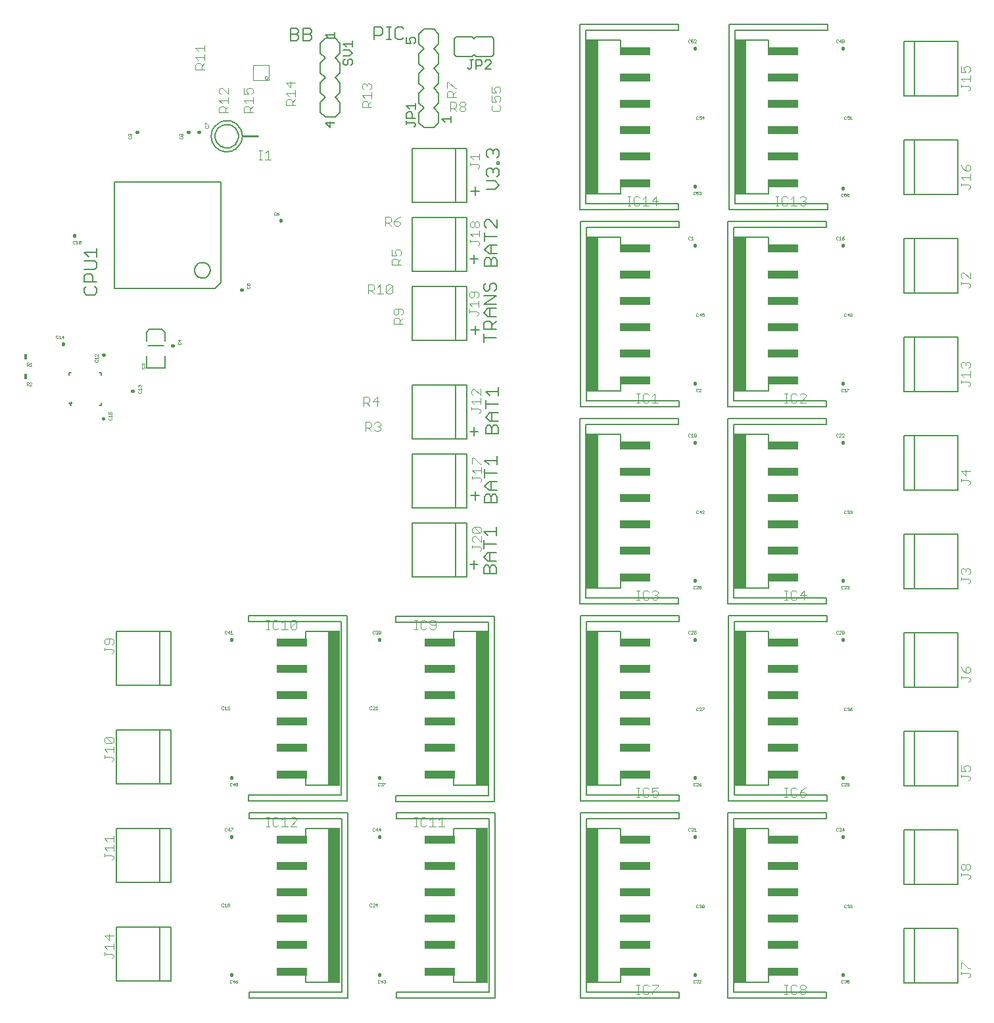
<source format=gto>
G75*
G70*
%OFA0B0*%
%FSLAX24Y24*%
%IPPOS*%
%LPD*%
%AMOC8*
5,1,8,0,0,1.08239X$1,22.5*
%
%ADD10C,0.0060*%
%ADD11C,0.0070*%
%ADD12C,0.0050*%
%ADD13C,0.0080*%
%ADD14R,0.0610X0.7874*%
%ADD15R,0.1526X0.0394*%
%ADD16C,0.0040*%
%ADD17C,0.0160*%
%ADD18C,0.0010*%
%ADD19C,0.0100*%
%ADD20R,0.0180X0.0300*%
%ADD21C,0.0031*%
D10*
X024260Y022480D02*
X024687Y022480D01*
X024474Y022694D02*
X024474Y022267D01*
X024959Y022330D02*
X024959Y022010D01*
X025600Y022010D01*
X025600Y022330D01*
X025493Y022437D01*
X025386Y022437D01*
X025280Y022330D01*
X025280Y022010D01*
X025280Y022330D02*
X025173Y022437D01*
X025066Y022437D01*
X024959Y022330D01*
X025173Y022655D02*
X024959Y022868D01*
X025173Y023082D01*
X025600Y023082D01*
X025280Y023082D02*
X025280Y022655D01*
X025173Y022655D02*
X025600Y022655D01*
X025600Y023513D02*
X024959Y023513D01*
X024959Y023726D02*
X024959Y023299D01*
X025173Y023944D02*
X024959Y024157D01*
X025600Y024157D01*
X025600Y023944D02*
X025600Y024371D01*
X025650Y025610D02*
X025009Y025610D01*
X025009Y025930D01*
X025116Y026037D01*
X025223Y026037D01*
X025330Y025930D01*
X025330Y025610D01*
X025650Y025610D02*
X025650Y025930D01*
X025543Y026037D01*
X025436Y026037D01*
X025330Y025930D01*
X025330Y026255D02*
X025330Y026682D01*
X025223Y026682D02*
X025650Y026682D01*
X025223Y026682D02*
X025009Y026468D01*
X025223Y026255D01*
X025650Y026255D01*
X025650Y027113D02*
X025009Y027113D01*
X025009Y027326D02*
X025009Y026899D01*
X025223Y027544D02*
X025009Y027757D01*
X025650Y027757D01*
X025650Y027544D02*
X025650Y027971D01*
X025700Y029110D02*
X025059Y029110D01*
X025059Y029430D01*
X025166Y029537D01*
X025273Y029537D01*
X025380Y029430D01*
X025380Y029110D01*
X025700Y029110D02*
X025700Y029430D01*
X025593Y029537D01*
X025486Y029537D01*
X025380Y029430D01*
X025380Y029755D02*
X025380Y030182D01*
X025273Y030182D02*
X025700Y030182D01*
X025273Y030182D02*
X025059Y029968D01*
X025273Y029755D01*
X025700Y029755D01*
X025700Y030613D02*
X025059Y030613D01*
X025059Y030826D02*
X025059Y030399D01*
X025273Y031044D02*
X025059Y031257D01*
X025700Y031257D01*
X025700Y031044D02*
X025700Y031471D01*
X024474Y029444D02*
X024474Y029017D01*
X024260Y029230D02*
X024687Y029230D01*
X024524Y026194D02*
X024524Y025767D01*
X024310Y025980D02*
X024737Y025980D01*
X024959Y033760D02*
X024959Y034187D01*
X024959Y033974D02*
X025600Y033974D01*
X025600Y034405D02*
X024959Y034405D01*
X024959Y034725D01*
X025066Y034832D01*
X025280Y034832D01*
X025386Y034725D01*
X025386Y034405D01*
X025386Y034618D02*
X025600Y034832D01*
X025600Y035049D02*
X025173Y035049D01*
X024959Y035263D01*
X025173Y035476D01*
X025600Y035476D01*
X025600Y035694D02*
X024959Y035694D01*
X025600Y036121D01*
X024959Y036121D01*
X025066Y036338D02*
X025173Y036338D01*
X025280Y036445D01*
X025280Y036658D01*
X025386Y036765D01*
X025493Y036765D01*
X025600Y036658D01*
X025600Y036445D01*
X025493Y036338D01*
X025066Y036338D02*
X024959Y036445D01*
X024959Y036658D01*
X025066Y036765D01*
X025009Y037610D02*
X025009Y037930D01*
X025116Y038037D01*
X025223Y038037D01*
X025330Y037930D01*
X025330Y037610D01*
X025650Y037610D02*
X025650Y037930D01*
X025543Y038037D01*
X025436Y038037D01*
X025330Y037930D01*
X025330Y038255D02*
X025330Y038682D01*
X025223Y038682D02*
X025650Y038682D01*
X025223Y038682D02*
X025009Y038468D01*
X025223Y038255D01*
X025650Y038255D01*
X025650Y037610D02*
X025009Y037610D01*
X024687Y037980D02*
X024260Y037980D01*
X024474Y037767D02*
X024474Y038194D01*
X025009Y038899D02*
X025009Y039326D01*
X025009Y039113D02*
X025650Y039113D01*
X025650Y039544D02*
X025223Y039971D01*
X025116Y039971D01*
X025009Y039864D01*
X025009Y039650D01*
X025116Y039544D01*
X025650Y039544D02*
X025650Y039971D01*
X024524Y041217D02*
X024524Y041644D01*
X024737Y041430D02*
X024310Y041430D01*
X025109Y041510D02*
X025536Y041510D01*
X025750Y041724D01*
X025536Y041937D01*
X025109Y041937D01*
X025216Y042155D02*
X025109Y042261D01*
X025109Y042475D01*
X025216Y042582D01*
X025323Y042582D01*
X025430Y042475D01*
X025536Y042582D01*
X025643Y042582D01*
X025750Y042475D01*
X025750Y042261D01*
X025643Y042155D01*
X025430Y042368D02*
X025430Y042475D01*
X025643Y042799D02*
X025643Y042906D01*
X025750Y042906D01*
X025750Y042799D01*
X025643Y042799D01*
X025643Y043121D02*
X025750Y043228D01*
X025750Y043442D01*
X025643Y043548D01*
X025536Y043548D01*
X025430Y043442D01*
X025430Y043335D01*
X025430Y043442D02*
X025323Y043548D01*
X025216Y043548D01*
X025109Y043442D01*
X025109Y043228D01*
X025216Y043121D01*
X022680Y044900D02*
X022680Y045400D01*
X022430Y045650D01*
X022680Y045900D01*
X022680Y046400D01*
X022430Y046650D01*
X022680Y046900D01*
X022680Y047400D01*
X022430Y047650D01*
X022680Y047900D01*
X022680Y048400D01*
X022430Y048650D01*
X022680Y048900D01*
X022680Y049400D01*
X022430Y049650D01*
X021930Y049650D01*
X021680Y049400D01*
X021680Y048900D01*
X021930Y048650D01*
X021680Y048400D01*
X021680Y047900D01*
X021930Y047650D01*
X021680Y047400D01*
X021680Y046900D01*
X021930Y046650D01*
X021680Y046400D01*
X021680Y045900D01*
X021930Y045650D01*
X021680Y045400D01*
X021680Y044900D01*
X021930Y044650D01*
X022430Y044650D01*
X022680Y044900D01*
X023580Y048250D02*
X024380Y048250D01*
X024480Y048350D01*
X024580Y048250D01*
X025380Y048250D01*
X025480Y048350D01*
X025480Y049150D01*
X025380Y049250D01*
X024580Y049250D01*
X024480Y049150D01*
X024380Y049250D01*
X023580Y049250D01*
X023480Y049150D01*
X023480Y048350D01*
X023580Y048250D01*
X020911Y049217D02*
X020805Y049110D01*
X020591Y049110D01*
X020484Y049217D01*
X020484Y049644D01*
X020591Y049751D01*
X020805Y049751D01*
X020911Y049644D01*
X020268Y049751D02*
X020055Y049751D01*
X020161Y049751D02*
X020161Y049110D01*
X020055Y049110D02*
X020268Y049110D01*
X019837Y049430D02*
X019730Y049324D01*
X019410Y049324D01*
X019410Y049110D02*
X019410Y049751D01*
X019730Y049751D01*
X019837Y049644D01*
X019837Y049430D01*
X017680Y048930D02*
X017680Y048430D01*
X017430Y048180D01*
X017680Y047930D01*
X017680Y047430D01*
X017430Y047180D01*
X017680Y046930D01*
X017680Y046430D01*
X017430Y046180D01*
X017680Y045930D01*
X017680Y045430D01*
X017430Y045180D01*
X016930Y045180D01*
X016680Y045430D01*
X016680Y045930D01*
X016930Y046180D01*
X016680Y046430D01*
X016680Y046930D01*
X016930Y047180D01*
X016680Y047430D01*
X016680Y047930D01*
X016930Y048180D01*
X016680Y048430D01*
X016680Y048930D01*
X016930Y049180D01*
X017430Y049180D01*
X017680Y048930D01*
X016232Y049167D02*
X016125Y049060D01*
X015805Y049060D01*
X015805Y049701D01*
X016125Y049701D01*
X016232Y049594D01*
X016232Y049487D01*
X016125Y049380D01*
X015805Y049380D01*
X015587Y049274D02*
X015587Y049167D01*
X015480Y049060D01*
X015160Y049060D01*
X015160Y049701D01*
X015480Y049701D01*
X015587Y049594D01*
X015587Y049487D01*
X015480Y049380D01*
X015160Y049380D01*
X015480Y049380D02*
X015587Y049274D01*
X016125Y049380D02*
X016232Y049274D01*
X016232Y049167D01*
X011636Y041886D02*
X011636Y036769D01*
X011341Y036474D01*
X006224Y036474D01*
X006224Y041886D01*
X011636Y041886D01*
X010308Y037408D02*
X010310Y037447D01*
X010316Y037486D01*
X010326Y037524D01*
X010339Y037561D01*
X010356Y037596D01*
X010376Y037630D01*
X010400Y037661D01*
X010427Y037690D01*
X010456Y037716D01*
X010488Y037739D01*
X010522Y037759D01*
X010558Y037775D01*
X010595Y037787D01*
X010634Y037796D01*
X010673Y037801D01*
X010712Y037802D01*
X010751Y037799D01*
X010790Y037792D01*
X010827Y037781D01*
X010864Y037767D01*
X010899Y037749D01*
X010932Y037728D01*
X010963Y037703D01*
X010991Y037676D01*
X011016Y037646D01*
X011038Y037613D01*
X011057Y037579D01*
X011072Y037543D01*
X011084Y037505D01*
X011092Y037467D01*
X011096Y037428D01*
X011096Y037388D01*
X011092Y037349D01*
X011084Y037311D01*
X011072Y037273D01*
X011057Y037237D01*
X011038Y037203D01*
X011016Y037170D01*
X010991Y037140D01*
X010963Y037113D01*
X010932Y037088D01*
X010899Y037067D01*
X010864Y037049D01*
X010827Y037035D01*
X010790Y037024D01*
X010751Y037017D01*
X010712Y037014D01*
X010673Y037015D01*
X010634Y037020D01*
X010595Y037029D01*
X010558Y037041D01*
X010522Y037057D01*
X010488Y037077D01*
X010456Y037100D01*
X010427Y037126D01*
X010400Y037155D01*
X010376Y037186D01*
X010356Y037220D01*
X010339Y037255D01*
X010326Y037292D01*
X010316Y037330D01*
X010310Y037369D01*
X010308Y037408D01*
X024310Y034380D02*
X024737Y034380D01*
X024524Y034594D02*
X024524Y034167D01*
X025280Y035049D02*
X025280Y035476D01*
D11*
X005345Y036270D02*
X005240Y036165D01*
X004820Y036165D01*
X004714Y036270D01*
X004714Y036480D01*
X004820Y036585D01*
X004714Y036810D02*
X004714Y037125D01*
X004820Y037230D01*
X005030Y037230D01*
X005135Y037125D01*
X005135Y036810D01*
X005345Y036810D02*
X004714Y036810D01*
X005240Y036585D02*
X005345Y036480D01*
X005345Y036270D01*
X005240Y037454D02*
X004714Y037454D01*
X004714Y037874D02*
X005240Y037874D01*
X005345Y037769D01*
X005345Y037559D01*
X005240Y037454D01*
X005345Y038099D02*
X005345Y038519D01*
X005345Y038309D02*
X004714Y038309D01*
X004925Y038099D01*
D12*
X007930Y033580D02*
X008730Y033580D01*
X005587Y032217D02*
X005469Y032217D01*
X005587Y032217D02*
X005587Y032099D01*
X005587Y030681D02*
X005587Y030563D01*
X005469Y030563D01*
X004034Y030689D02*
X004036Y030699D01*
X004041Y030707D01*
X004049Y030712D01*
X004059Y030714D01*
X004069Y030712D01*
X004077Y030707D01*
X004082Y030699D01*
X004084Y030689D01*
X004082Y030679D01*
X004077Y030671D01*
X004069Y030666D01*
X004059Y030664D01*
X004049Y030666D01*
X004041Y030671D01*
X004036Y030679D01*
X004034Y030689D01*
X003933Y030681D02*
X004051Y030563D01*
X003933Y032099D02*
X003933Y032217D01*
X004051Y032217D01*
X011345Y044210D02*
X011347Y044258D01*
X011353Y044306D01*
X011363Y044353D01*
X011376Y044399D01*
X011394Y044444D01*
X011414Y044488D01*
X011439Y044530D01*
X011467Y044569D01*
X011497Y044606D01*
X011531Y044640D01*
X011568Y044672D01*
X011606Y044701D01*
X011647Y044726D01*
X011690Y044748D01*
X011735Y044766D01*
X011781Y044780D01*
X011828Y044791D01*
X011876Y044798D01*
X011924Y044801D01*
X011972Y044800D01*
X012020Y044795D01*
X012068Y044786D01*
X012114Y044774D01*
X012159Y044757D01*
X012203Y044737D01*
X012245Y044714D01*
X012285Y044687D01*
X012323Y044657D01*
X012358Y044624D01*
X012390Y044588D01*
X012420Y044550D01*
X012446Y044509D01*
X012468Y044466D01*
X012488Y044422D01*
X012503Y044377D01*
X012515Y044330D01*
X012523Y044282D01*
X012527Y044234D01*
X012527Y044186D01*
X012523Y044138D01*
X012515Y044090D01*
X012503Y044043D01*
X012488Y043998D01*
X012468Y043954D01*
X012446Y043911D01*
X012420Y043870D01*
X012390Y043832D01*
X012358Y043796D01*
X012323Y043763D01*
X012285Y043733D01*
X012245Y043706D01*
X012203Y043683D01*
X012159Y043663D01*
X012114Y043646D01*
X012068Y043634D01*
X012020Y043625D01*
X011972Y043620D01*
X011924Y043619D01*
X011876Y043622D01*
X011828Y043629D01*
X011781Y043640D01*
X011735Y043654D01*
X011690Y043672D01*
X011647Y043694D01*
X011606Y043719D01*
X011568Y043748D01*
X011531Y043780D01*
X011497Y043814D01*
X011467Y043851D01*
X011439Y043890D01*
X011414Y043932D01*
X011394Y043976D01*
X011376Y044021D01*
X011363Y044067D01*
X011353Y044114D01*
X011347Y044162D01*
X011345Y044210D01*
X011149Y044210D02*
X011151Y044266D01*
X011157Y044321D01*
X011167Y044375D01*
X011180Y044429D01*
X011198Y044482D01*
X011219Y044533D01*
X011243Y044583D01*
X011271Y044631D01*
X011303Y044677D01*
X011337Y044721D01*
X011375Y044762D01*
X011415Y044800D01*
X011458Y044835D01*
X011503Y044867D01*
X011551Y044896D01*
X011600Y044922D01*
X011651Y044944D01*
X011703Y044962D01*
X011757Y044976D01*
X011812Y044987D01*
X011867Y044994D01*
X011922Y044997D01*
X011978Y044996D01*
X012033Y044991D01*
X012088Y044982D01*
X012142Y044970D01*
X012195Y044953D01*
X012247Y044933D01*
X012297Y044909D01*
X012345Y044882D01*
X012392Y044852D01*
X012436Y044818D01*
X012478Y044781D01*
X012516Y044741D01*
X012553Y044699D01*
X012586Y044654D01*
X012615Y044608D01*
X012642Y044559D01*
X012664Y044508D01*
X012684Y044456D01*
X012699Y044402D01*
X012711Y044348D01*
X012719Y044293D01*
X012723Y044238D01*
X012723Y044182D01*
X012719Y044127D01*
X012711Y044072D01*
X012699Y044018D01*
X012684Y043964D01*
X012664Y043912D01*
X012642Y043861D01*
X012615Y043812D01*
X012586Y043766D01*
X012553Y043721D01*
X012516Y043679D01*
X012478Y043639D01*
X012436Y043602D01*
X012392Y043568D01*
X012345Y043538D01*
X012297Y043511D01*
X012247Y043487D01*
X012195Y043467D01*
X012142Y043450D01*
X012088Y043438D01*
X012033Y043429D01*
X011978Y043424D01*
X011922Y043423D01*
X011867Y043426D01*
X011812Y043433D01*
X011757Y043444D01*
X011703Y043458D01*
X011651Y043476D01*
X011600Y043498D01*
X011551Y043524D01*
X011503Y043553D01*
X011458Y043585D01*
X011415Y043620D01*
X011375Y043658D01*
X011337Y043699D01*
X011303Y043743D01*
X011271Y043789D01*
X011243Y043837D01*
X011219Y043887D01*
X011198Y043938D01*
X011180Y043991D01*
X011167Y044045D01*
X011157Y044099D01*
X011151Y044154D01*
X011149Y044210D01*
X016955Y044870D02*
X017180Y044645D01*
X017180Y044945D01*
X017405Y044870D02*
X016955Y044870D01*
X017930Y047824D02*
X018005Y047824D01*
X018080Y047899D01*
X018080Y048049D01*
X018155Y048124D01*
X018230Y048124D01*
X018305Y048049D01*
X018305Y047899D01*
X018230Y047824D01*
X017930Y047824D02*
X017855Y047899D01*
X017855Y048049D01*
X017930Y048124D01*
X017855Y048284D02*
X018155Y048284D01*
X018305Y048434D01*
X018155Y048584D01*
X017855Y048584D01*
X018005Y048745D02*
X017855Y048895D01*
X018305Y048895D01*
X018305Y048745D02*
X018305Y049045D01*
X017405Y049195D02*
X017405Y049495D01*
X017405Y049345D02*
X016955Y049345D01*
X017105Y049195D01*
X021055Y049225D02*
X021055Y048925D01*
X021280Y048925D01*
X021205Y049075D01*
X021205Y049150D01*
X021280Y049225D01*
X021430Y049225D01*
X021505Y049150D01*
X021505Y049000D01*
X021430Y048925D01*
X024124Y047700D02*
X024199Y047625D01*
X024274Y047625D01*
X024349Y047700D01*
X024349Y048075D01*
X024274Y048075D02*
X024424Y048075D01*
X024584Y048075D02*
X024809Y048075D01*
X024884Y048000D01*
X024884Y047850D01*
X024809Y047775D01*
X024584Y047775D01*
X024584Y047625D02*
X024584Y048075D01*
X025045Y048000D02*
X025120Y048075D01*
X025270Y048075D01*
X025345Y048000D01*
X025345Y047925D01*
X025045Y047625D01*
X025345Y047625D01*
X023305Y045225D02*
X023305Y044925D01*
X023305Y045075D02*
X022855Y045075D01*
X023005Y044925D01*
X023546Y043597D02*
X021341Y043597D01*
X021341Y040841D01*
X023546Y040841D01*
X023546Y043597D01*
X024097Y043597D01*
X024097Y040841D01*
X023546Y040841D01*
X023546Y040097D02*
X023546Y037341D01*
X024097Y037341D01*
X024097Y040097D01*
X023546Y040097D01*
X021341Y040097D01*
X021341Y037341D01*
X023546Y037341D01*
X023546Y036597D02*
X023546Y033841D01*
X024097Y033841D01*
X024097Y036597D01*
X023546Y036597D01*
X021341Y036597D01*
X021341Y033841D01*
X023546Y033841D01*
X023546Y031597D02*
X021341Y031597D01*
X021341Y028841D01*
X023546Y028841D01*
X023546Y031597D01*
X024097Y031597D01*
X024097Y028841D01*
X023546Y028841D01*
X023546Y028097D02*
X023546Y025341D01*
X024097Y025341D01*
X024097Y028097D01*
X023546Y028097D01*
X021341Y028097D01*
X021341Y025341D01*
X023546Y025341D01*
X023546Y024597D02*
X023546Y021841D01*
X024097Y021841D01*
X024097Y024597D01*
X023546Y024597D01*
X021341Y024597D01*
X021341Y021841D01*
X023546Y021841D01*
X025510Y019840D02*
X020510Y019840D01*
X020510Y019540D01*
X025210Y019540D01*
X025210Y010740D01*
X020510Y010740D01*
X020510Y010440D01*
X025510Y010440D01*
X025510Y019840D01*
X029870Y019880D02*
X034870Y019880D01*
X034870Y019580D01*
X030170Y019580D01*
X030170Y010780D01*
X034870Y010780D01*
X034870Y010480D01*
X029870Y010480D01*
X029870Y019880D01*
X029850Y020480D02*
X034850Y020480D01*
X034850Y020780D01*
X030150Y020780D01*
X030150Y029580D01*
X034850Y029580D01*
X034850Y029880D01*
X029850Y029880D01*
X029850Y020480D01*
X037340Y020480D02*
X042340Y020480D01*
X042340Y020780D01*
X037640Y020780D01*
X037640Y029580D01*
X042340Y029580D01*
X042340Y029880D01*
X037340Y029880D01*
X037340Y020480D01*
X037360Y019880D02*
X042360Y019880D01*
X042360Y019580D01*
X037660Y019580D01*
X037660Y010780D01*
X042360Y010780D01*
X042360Y010480D01*
X037360Y010480D01*
X037360Y019880D01*
X046263Y019019D02*
X046263Y016263D01*
X046814Y016263D01*
X046814Y019019D01*
X046263Y019019D01*
X046814Y019019D02*
X049019Y019019D01*
X049019Y016263D01*
X046814Y016263D01*
X046814Y014019D02*
X046263Y014019D01*
X046263Y011263D01*
X046814Y011263D01*
X046814Y014019D01*
X049019Y014019D01*
X049019Y011263D01*
X046814Y011263D01*
X046814Y009019D02*
X046263Y009019D01*
X046263Y006263D01*
X046814Y006263D01*
X046814Y009019D01*
X049019Y009019D01*
X049019Y006263D01*
X046814Y006263D01*
X046814Y004019D02*
X046263Y004019D01*
X046263Y001263D01*
X046814Y001263D01*
X046814Y004019D01*
X049019Y004019D01*
X049019Y001263D01*
X046814Y001263D01*
X042350Y000780D02*
X042350Y000480D01*
X037350Y000480D01*
X037350Y009880D01*
X042350Y009880D01*
X042350Y009580D01*
X037650Y009580D01*
X037650Y000780D01*
X042350Y000780D01*
X034860Y000780D02*
X034860Y000480D01*
X029860Y000480D01*
X029860Y009880D01*
X034860Y009880D01*
X034860Y009580D01*
X030160Y009580D01*
X030160Y000780D01*
X034860Y000780D01*
X025530Y000480D02*
X020530Y000480D01*
X020530Y000780D01*
X025230Y000780D01*
X025230Y009580D01*
X020530Y009580D01*
X020530Y009880D01*
X025530Y009880D01*
X025530Y000480D01*
X018070Y000500D02*
X013070Y000500D01*
X013070Y000800D01*
X017770Y000800D01*
X017770Y009600D01*
X013070Y009600D01*
X013070Y009900D01*
X018070Y009900D01*
X018070Y000500D01*
X009097Y001341D02*
X009097Y004097D01*
X008546Y004097D01*
X008546Y001341D01*
X009097Y001341D01*
X008546Y001341D02*
X006341Y001341D01*
X006341Y004097D01*
X008546Y004097D01*
X008546Y006341D02*
X006341Y006341D01*
X006341Y009097D01*
X008546Y009097D01*
X008546Y006341D01*
X009097Y006341D01*
X009097Y009097D01*
X008546Y009097D01*
X008546Y011341D02*
X006341Y011341D01*
X006341Y014097D01*
X008546Y014097D01*
X008546Y011341D01*
X009097Y011341D01*
X009097Y014097D01*
X008546Y014097D01*
X008546Y016341D02*
X006341Y016341D01*
X006341Y019097D01*
X008546Y019097D01*
X008546Y016341D01*
X009097Y016341D01*
X009097Y019097D01*
X008546Y019097D01*
X013030Y019590D02*
X013030Y019890D01*
X018030Y019890D01*
X018030Y010490D01*
X013030Y010490D01*
X013030Y010790D01*
X017730Y010790D01*
X017730Y019590D01*
X013030Y019590D01*
X029860Y030480D02*
X034860Y030480D01*
X034860Y030780D01*
X030160Y030780D01*
X030160Y039580D01*
X034860Y039580D01*
X034860Y039880D01*
X029860Y039880D01*
X029860Y030480D01*
X037340Y030480D02*
X042340Y030480D01*
X042340Y030780D01*
X037640Y030780D01*
X037640Y039580D01*
X042340Y039580D01*
X042340Y039880D01*
X037340Y039880D01*
X037340Y030480D01*
X046263Y031263D02*
X046814Y031263D01*
X046814Y034019D01*
X046263Y034019D01*
X046263Y031263D01*
X046814Y031263D02*
X049019Y031263D01*
X049019Y034019D01*
X046814Y034019D01*
X046814Y036263D02*
X046263Y036263D01*
X046263Y039019D01*
X046814Y039019D01*
X046814Y036263D01*
X049019Y036263D01*
X049019Y039019D01*
X046814Y039019D01*
X046814Y041263D02*
X046263Y041263D01*
X046263Y044019D01*
X046814Y044019D01*
X046814Y041263D01*
X049019Y041263D01*
X049019Y044019D01*
X046814Y044019D01*
X046814Y046263D02*
X046263Y046263D01*
X046263Y049019D01*
X046814Y049019D01*
X046814Y046263D01*
X049019Y046263D01*
X049019Y049019D01*
X046814Y049019D01*
X042410Y049570D02*
X042410Y049870D01*
X037410Y049870D01*
X037410Y040470D01*
X042410Y040470D01*
X042410Y040770D01*
X037710Y040770D01*
X037710Y049570D01*
X042410Y049570D01*
X034850Y049580D02*
X034850Y049880D01*
X029850Y049880D01*
X029850Y040480D01*
X034850Y040480D01*
X034850Y040780D01*
X030150Y040780D01*
X030150Y049580D01*
X034850Y049580D01*
X021505Y045896D02*
X021505Y045596D01*
X021505Y045746D02*
X021055Y045746D01*
X021205Y045596D01*
X021280Y045436D02*
X021355Y045361D01*
X021355Y045135D01*
X021505Y045135D02*
X021055Y045135D01*
X021055Y045361D01*
X021130Y045436D01*
X021280Y045436D01*
X021055Y044975D02*
X021055Y044825D01*
X021055Y044900D02*
X021430Y044900D01*
X021505Y044825D01*
X021505Y044750D01*
X021430Y044675D01*
X046263Y029019D02*
X046263Y026263D01*
X046814Y026263D01*
X046814Y029019D01*
X046263Y029019D01*
X046814Y029019D02*
X049019Y029019D01*
X049019Y026263D01*
X046814Y026263D01*
X046814Y024019D02*
X046263Y024019D01*
X046263Y021263D01*
X046814Y021263D01*
X046814Y024019D01*
X049019Y024019D01*
X049019Y021263D01*
X046814Y021263D01*
D13*
X039412Y021282D02*
X039412Y021828D01*
X039412Y021282D02*
X038271Y021282D01*
X038271Y019078D02*
X039412Y019078D01*
X039412Y018532D01*
X039412Y011828D02*
X039412Y011282D01*
X038271Y011282D01*
X038271Y009078D02*
X039412Y009078D01*
X039412Y008532D01*
X039412Y001828D02*
X039412Y001282D01*
X038271Y001282D01*
X031912Y001282D02*
X031912Y001828D01*
X031912Y001282D02*
X030771Y001282D01*
X024589Y001282D02*
X023448Y001282D01*
X023448Y001828D01*
X017089Y001282D02*
X015948Y001282D01*
X015948Y001828D01*
X015948Y008532D02*
X015948Y009078D01*
X017089Y009078D01*
X017089Y011282D02*
X015948Y011282D01*
X015948Y011828D01*
X015948Y018532D02*
X015948Y019078D01*
X017089Y019078D01*
X023448Y019078D02*
X023448Y018532D01*
X023448Y019078D02*
X024589Y019078D01*
X030771Y019078D02*
X031912Y019078D01*
X031912Y018532D01*
X031912Y021282D02*
X030771Y021282D01*
X031912Y021282D02*
X031912Y021828D01*
X031912Y028532D02*
X031912Y029078D01*
X030771Y029078D01*
X030771Y031282D02*
X031912Y031282D01*
X031912Y031828D01*
X038271Y031282D02*
X039412Y031282D01*
X039412Y031828D01*
X039412Y029078D02*
X038271Y029078D01*
X039412Y029078D02*
X039412Y028532D01*
X039412Y038532D02*
X039412Y039078D01*
X038271Y039078D01*
X038271Y041282D02*
X039412Y041282D01*
X039412Y041828D01*
X039412Y048532D02*
X039412Y049078D01*
X038271Y049078D01*
X031912Y049078D02*
X031912Y048532D01*
X031912Y049078D02*
X030771Y049078D01*
X031912Y041828D02*
X031912Y041282D01*
X030771Y041282D01*
X030771Y039078D02*
X031912Y039078D01*
X031912Y038532D01*
X008802Y034257D02*
X008802Y033824D01*
X008802Y034257D02*
X008645Y034414D01*
X008015Y034414D01*
X007858Y034257D01*
X007858Y033824D01*
X007858Y033036D02*
X007858Y032446D01*
X008802Y032446D01*
X008802Y033036D01*
X023448Y011828D02*
X023448Y011282D01*
X024589Y011282D01*
X024589Y009078D02*
X023448Y009078D01*
X023448Y008532D01*
X030771Y009078D02*
X031912Y009078D01*
X031912Y008532D01*
X031912Y011282D02*
X030771Y011282D01*
X031912Y011282D02*
X031912Y011828D01*
D14*
X030485Y015180D03*
X024875Y015180D03*
X017375Y015180D03*
X017375Y005180D03*
X024875Y005180D03*
X030485Y005180D03*
X037985Y005180D03*
X037985Y015180D03*
X037985Y025180D03*
X030485Y025180D03*
X030485Y035180D03*
X037985Y035180D03*
X037985Y045180D03*
X030485Y045180D03*
D15*
X032636Y044511D03*
X032636Y045849D03*
X032636Y047188D03*
X032636Y048526D03*
X032636Y043172D03*
X032636Y041834D03*
X032636Y038526D03*
X032636Y037188D03*
X032636Y035849D03*
X032636Y034511D03*
X032636Y033172D03*
X032636Y031834D03*
X032636Y028526D03*
X032636Y027188D03*
X032636Y025849D03*
X032636Y024511D03*
X032636Y023172D03*
X032636Y021834D03*
X032636Y018526D03*
X032636Y017188D03*
X032636Y015849D03*
X032636Y014511D03*
X032636Y013172D03*
X032636Y011834D03*
X032636Y008526D03*
X032636Y007188D03*
X032636Y005849D03*
X032636Y004511D03*
X032636Y003172D03*
X032636Y001834D03*
X040136Y001834D03*
X040136Y003172D03*
X040136Y004511D03*
X040136Y005849D03*
X040136Y007188D03*
X040136Y008526D03*
X040136Y011834D03*
X040136Y013172D03*
X040136Y014511D03*
X040136Y015849D03*
X040136Y017188D03*
X040136Y018526D03*
X040136Y021834D03*
X040136Y023172D03*
X040136Y024511D03*
X040136Y025849D03*
X040136Y027188D03*
X040136Y028526D03*
X040136Y031834D03*
X040136Y033172D03*
X040136Y034511D03*
X040136Y035849D03*
X040136Y037188D03*
X040136Y038526D03*
X040136Y041834D03*
X040136Y043172D03*
X040136Y044511D03*
X040136Y045849D03*
X040136Y047188D03*
X040136Y048526D03*
X022724Y018526D03*
X022724Y017188D03*
X022724Y015849D03*
X022724Y014511D03*
X022724Y013172D03*
X022724Y011834D03*
X022724Y008526D03*
X022724Y007188D03*
X022724Y005849D03*
X022724Y004511D03*
X022724Y003172D03*
X022724Y001834D03*
X015224Y001834D03*
X015224Y003172D03*
X015224Y004511D03*
X015224Y005849D03*
X015224Y007188D03*
X015224Y008526D03*
X015224Y011834D03*
X015224Y013172D03*
X015224Y014511D03*
X015224Y015849D03*
X015224Y017188D03*
X015224Y018526D03*
D16*
X005731Y002807D02*
X005731Y002653D01*
X005731Y002730D02*
X006115Y002730D01*
X006191Y002653D01*
X006191Y002577D01*
X006115Y002500D01*
X006191Y002960D02*
X006191Y003267D01*
X006191Y003114D02*
X005731Y003114D01*
X005885Y002960D01*
X005961Y003421D02*
X005961Y003728D01*
X005731Y003651D02*
X005961Y003421D01*
X006191Y003651D02*
X005731Y003651D01*
X006115Y007500D02*
X006191Y007577D01*
X006191Y007653D01*
X006115Y007730D01*
X005731Y007730D01*
X005731Y007653D02*
X005731Y007807D01*
X005885Y007960D02*
X005731Y008114D01*
X006191Y008114D01*
X006191Y008267D02*
X006191Y007960D01*
X006191Y008421D02*
X006191Y008728D01*
X006191Y008574D02*
X005731Y008574D01*
X005885Y008421D01*
X006115Y012500D02*
X006191Y012577D01*
X006191Y012653D01*
X006115Y012730D01*
X005731Y012730D01*
X005731Y012653D02*
X005731Y012807D01*
X005885Y012960D02*
X005731Y013114D01*
X006191Y013114D01*
X006191Y013267D02*
X006191Y012960D01*
X006115Y013421D02*
X005808Y013421D01*
X005731Y013497D01*
X005731Y013651D01*
X005808Y013728D01*
X006115Y013421D01*
X006191Y013497D01*
X006191Y013651D01*
X006115Y013728D01*
X005808Y013728D01*
X006115Y017960D02*
X006191Y018037D01*
X006191Y018114D01*
X006115Y018191D01*
X005731Y018191D01*
X005731Y018267D02*
X005731Y018114D01*
X005808Y018421D02*
X005885Y018421D01*
X005961Y018497D01*
X005961Y018728D01*
X005808Y018728D02*
X005731Y018651D01*
X005731Y018497D01*
X005808Y018421D01*
X005808Y018728D02*
X006115Y018728D01*
X006191Y018651D01*
X006191Y018497D01*
X006115Y018421D01*
X013950Y019200D02*
X014103Y019200D01*
X014027Y019200D02*
X014027Y019660D01*
X014103Y019660D02*
X013950Y019660D01*
X014257Y019584D02*
X014257Y019277D01*
X014334Y019200D01*
X014487Y019200D01*
X014564Y019277D01*
X014717Y019200D02*
X015024Y019200D01*
X014871Y019200D02*
X014871Y019660D01*
X014717Y019507D01*
X014564Y019584D02*
X014487Y019660D01*
X014334Y019660D01*
X014257Y019584D01*
X015178Y019584D02*
X015254Y019660D01*
X015408Y019660D01*
X015485Y019584D01*
X015178Y019277D01*
X015254Y019200D01*
X015408Y019200D01*
X015485Y019277D01*
X015485Y019584D01*
X015178Y019584D02*
X015178Y019277D01*
X021450Y019200D02*
X021603Y019200D01*
X021527Y019200D02*
X021527Y019660D01*
X021603Y019660D02*
X021450Y019660D01*
X021757Y019584D02*
X021757Y019277D01*
X021834Y019200D01*
X021987Y019200D01*
X022064Y019277D01*
X022217Y019277D02*
X022294Y019200D01*
X022448Y019200D01*
X022524Y019277D01*
X022524Y019584D01*
X022448Y019660D01*
X022294Y019660D01*
X022217Y019584D01*
X022217Y019507D01*
X022294Y019430D01*
X022524Y019430D01*
X022064Y019584D02*
X021987Y019660D01*
X021834Y019660D01*
X021757Y019584D01*
X024765Y023150D02*
X024841Y023227D01*
X024841Y023303D01*
X024765Y023380D01*
X024381Y023380D01*
X024381Y023303D02*
X024381Y023457D01*
X024458Y023610D02*
X024381Y023687D01*
X024381Y023841D01*
X024458Y023917D01*
X024535Y023917D01*
X024841Y023610D01*
X024841Y023917D01*
X024765Y024071D02*
X024458Y024378D01*
X024765Y024378D01*
X024841Y024301D01*
X024841Y024147D01*
X024765Y024071D01*
X024458Y024071D01*
X024381Y024147D01*
X024381Y024301D01*
X024458Y024378D01*
X024765Y026650D02*
X024841Y026727D01*
X024841Y026803D01*
X024765Y026880D01*
X024381Y026880D01*
X024381Y026803D02*
X024381Y026957D01*
X024535Y027110D02*
X024381Y027264D01*
X024841Y027264D01*
X024841Y027417D02*
X024841Y027110D01*
X024841Y027571D02*
X024765Y027571D01*
X024458Y027878D01*
X024381Y027878D01*
X024381Y027571D01*
X024715Y030150D02*
X024791Y030227D01*
X024791Y030303D01*
X024715Y030380D01*
X024331Y030380D01*
X024331Y030303D02*
X024331Y030457D01*
X024485Y030610D02*
X024331Y030764D01*
X024791Y030764D01*
X024791Y030917D02*
X024791Y030610D01*
X024791Y031071D02*
X024485Y031378D01*
X024408Y031378D01*
X024331Y031301D01*
X024331Y031147D01*
X024408Y031071D01*
X024791Y031071D02*
X024791Y031378D01*
X024615Y035100D02*
X024691Y035177D01*
X024691Y035253D01*
X024615Y035330D01*
X024231Y035330D01*
X024231Y035253D02*
X024231Y035407D01*
X024385Y035560D02*
X024231Y035714D01*
X024691Y035714D01*
X024691Y035867D02*
X024691Y035560D01*
X024615Y036021D02*
X024691Y036097D01*
X024691Y036251D01*
X024615Y036328D01*
X024308Y036328D01*
X024231Y036251D01*
X024231Y036097D01*
X024308Y036021D01*
X024385Y036021D01*
X024461Y036097D01*
X024461Y036328D01*
X024665Y038650D02*
X024741Y038727D01*
X024741Y038803D01*
X024665Y038880D01*
X024281Y038880D01*
X024281Y038803D02*
X024281Y038957D01*
X024435Y039110D02*
X024281Y039264D01*
X024741Y039264D01*
X024741Y039417D02*
X024741Y039110D01*
X024665Y039571D02*
X024588Y039571D01*
X024511Y039647D01*
X024511Y039801D01*
X024588Y039878D01*
X024665Y039878D01*
X024741Y039801D01*
X024741Y039647D01*
X024665Y039571D01*
X024511Y039647D02*
X024435Y039571D01*
X024358Y039571D01*
X024281Y039647D01*
X024281Y039801D01*
X024358Y039878D01*
X024435Y039878D01*
X024511Y039801D01*
X024665Y042560D02*
X024741Y042637D01*
X024741Y042714D01*
X024665Y042791D01*
X024281Y042791D01*
X024281Y042867D02*
X024281Y042714D01*
X024435Y043021D02*
X024281Y043174D01*
X024741Y043174D01*
X024741Y043021D02*
X024741Y043328D01*
X025436Y045489D02*
X025743Y045489D01*
X025820Y045566D01*
X025820Y045719D01*
X025743Y045796D01*
X025743Y045949D02*
X025820Y046026D01*
X025820Y046179D01*
X025743Y046256D01*
X025590Y046256D01*
X025513Y046179D01*
X025513Y046103D01*
X025590Y045949D01*
X025360Y045949D01*
X025360Y046256D01*
X025360Y046410D02*
X025590Y046410D01*
X025513Y046563D01*
X025513Y046640D01*
X025590Y046717D01*
X025743Y046717D01*
X025820Y046640D01*
X025820Y046486D01*
X025743Y046410D01*
X025360Y046410D02*
X025360Y046717D01*
X025436Y045796D02*
X025360Y045719D01*
X025360Y045566D01*
X025436Y045489D01*
X024037Y045557D02*
X023961Y045480D01*
X023807Y045480D01*
X023730Y045557D01*
X023730Y045633D01*
X023807Y045710D01*
X023961Y045710D01*
X024037Y045633D01*
X024037Y045557D01*
X023961Y045710D02*
X024037Y045787D01*
X024037Y045864D01*
X023961Y045940D01*
X023807Y045940D01*
X023730Y045864D01*
X023730Y045787D01*
X023807Y045710D01*
X023577Y045710D02*
X023577Y045864D01*
X023500Y045940D01*
X023270Y045940D01*
X023270Y045480D01*
X023270Y045633D02*
X023500Y045633D01*
X023577Y045710D01*
X023423Y045633D02*
X023577Y045480D01*
X023570Y046180D02*
X023110Y046180D01*
X023110Y046410D01*
X023186Y046487D01*
X023340Y046487D01*
X023417Y046410D01*
X023417Y046180D01*
X023417Y046333D02*
X023570Y046487D01*
X023570Y046640D02*
X023493Y046640D01*
X023186Y046947D01*
X023110Y046947D01*
X023110Y046640D01*
X019260Y046666D02*
X019183Y046590D01*
X019260Y046666D02*
X019260Y046820D01*
X019183Y046897D01*
X019107Y046897D01*
X019030Y046820D01*
X019030Y046743D01*
X019030Y046820D02*
X018953Y046897D01*
X018876Y046897D01*
X018800Y046820D01*
X018800Y046666D01*
X018876Y046590D01*
X018800Y046283D02*
X019260Y046283D01*
X019260Y046436D02*
X019260Y046129D01*
X019260Y045976D02*
X019107Y045822D01*
X019107Y045899D02*
X019107Y045669D01*
X019260Y045669D02*
X018800Y045669D01*
X018800Y045899D01*
X018876Y045976D01*
X019030Y045976D01*
X019107Y045899D01*
X018953Y046129D02*
X018800Y046283D01*
X015410Y046229D02*
X015410Y046536D01*
X015410Y046383D02*
X014950Y046383D01*
X015103Y046229D01*
X015026Y046076D02*
X015180Y046076D01*
X015257Y045999D01*
X015257Y045769D01*
X015410Y045769D02*
X014950Y045769D01*
X014950Y045999D01*
X015026Y046076D01*
X015257Y045922D02*
X015410Y046076D01*
X015180Y046690D02*
X015180Y046997D01*
X015410Y046920D02*
X014950Y046920D01*
X015180Y046690D01*
X013260Y046570D02*
X013260Y046416D01*
X013183Y046340D01*
X013030Y046340D02*
X012953Y046493D01*
X012953Y046570D01*
X013030Y046647D01*
X013183Y046647D01*
X013260Y046570D01*
X013030Y046340D02*
X012800Y046340D01*
X012800Y046647D01*
X012800Y046033D02*
X013260Y046033D01*
X013260Y046186D02*
X013260Y045879D01*
X013260Y045726D02*
X013107Y045572D01*
X013107Y045649D02*
X013107Y045419D01*
X013260Y045419D02*
X012800Y045419D01*
X012800Y045649D01*
X012876Y045726D01*
X013030Y045726D01*
X013107Y045649D01*
X012953Y045879D02*
X012800Y046033D01*
X012010Y046033D02*
X011550Y046033D01*
X011703Y045879D01*
X011626Y045726D02*
X011550Y045649D01*
X011550Y045419D01*
X012010Y045419D01*
X011857Y045419D02*
X011857Y045649D01*
X011780Y045726D01*
X011626Y045726D01*
X011857Y045572D02*
X012010Y045726D01*
X012010Y045879D02*
X012010Y046186D01*
X012010Y046340D02*
X011703Y046647D01*
X011626Y046647D01*
X011550Y046570D01*
X011550Y046416D01*
X011626Y046340D01*
X012010Y046340D02*
X012010Y046647D01*
X010810Y047600D02*
X010350Y047600D01*
X010350Y047830D01*
X010426Y047907D01*
X010580Y047907D01*
X010657Y047830D01*
X010657Y047600D01*
X010657Y047753D02*
X010810Y047907D01*
X010810Y048060D02*
X010810Y048367D01*
X010810Y048214D02*
X010350Y048214D01*
X010503Y048060D01*
X010503Y048521D02*
X010350Y048674D01*
X010810Y048674D01*
X010810Y048521D02*
X010810Y048828D01*
X013573Y043490D02*
X013726Y043490D01*
X013649Y043490D02*
X013649Y043030D01*
X013573Y043030D02*
X013726Y043030D01*
X013880Y043030D02*
X014187Y043030D01*
X014033Y043030D02*
X014033Y043490D01*
X013880Y043337D01*
X019960Y040120D02*
X019960Y039660D01*
X019960Y039813D02*
X020190Y039813D01*
X020267Y039890D01*
X020267Y040044D01*
X020190Y040120D01*
X019960Y040120D01*
X020113Y039813D02*
X020267Y039660D01*
X020420Y039737D02*
X020497Y039660D01*
X020651Y039660D01*
X020727Y039737D01*
X020727Y039813D01*
X020651Y039890D01*
X020420Y039890D01*
X020420Y039737D01*
X020420Y039890D02*
X020574Y040044D01*
X020727Y040120D01*
X020703Y038457D02*
X020550Y038457D01*
X020473Y038380D01*
X020473Y038303D01*
X020550Y038150D01*
X020320Y038150D01*
X020320Y038457D01*
X020703Y038457D02*
X020780Y038380D01*
X020780Y038226D01*
X020703Y038150D01*
X020780Y037996D02*
X020627Y037843D01*
X020627Y037919D02*
X020627Y037689D01*
X020780Y037689D02*
X020320Y037689D01*
X020320Y037919D01*
X020396Y037996D01*
X020550Y037996D01*
X020627Y037919D01*
X020250Y036680D02*
X020096Y036680D01*
X020020Y036604D01*
X020020Y036297D01*
X020327Y036604D01*
X020327Y036297D01*
X020250Y036220D01*
X020096Y036220D01*
X020020Y036297D01*
X019866Y036220D02*
X019559Y036220D01*
X019406Y036220D02*
X019252Y036373D01*
X019329Y036373D02*
X019099Y036373D01*
X019099Y036220D02*
X019099Y036680D01*
X019329Y036680D01*
X019406Y036604D01*
X019406Y036450D01*
X019329Y036373D01*
X019559Y036527D02*
X019713Y036680D01*
X019713Y036220D01*
X020250Y036680D02*
X020327Y036604D01*
X020476Y035447D02*
X020400Y035371D01*
X020400Y035217D01*
X020476Y035140D01*
X020553Y035140D01*
X020630Y035217D01*
X020630Y035447D01*
X020783Y035447D02*
X020476Y035447D01*
X020783Y035447D02*
X020860Y035371D01*
X020860Y035217D01*
X020783Y035140D01*
X020860Y034987D02*
X020707Y034833D01*
X020707Y034910D02*
X020707Y034680D01*
X020860Y034680D02*
X020400Y034680D01*
X020400Y034910D01*
X020476Y034987D01*
X020630Y034987D01*
X020707Y034910D01*
X019560Y030990D02*
X019330Y030760D01*
X019637Y030760D01*
X019560Y030530D02*
X019560Y030990D01*
X019176Y030914D02*
X019176Y030760D01*
X019099Y030683D01*
X018869Y030683D01*
X018869Y030530D02*
X018869Y030990D01*
X019099Y030990D01*
X019176Y030914D01*
X019023Y030683D02*
X019176Y030530D01*
X019189Y029710D02*
X018959Y029710D01*
X018959Y029250D01*
X018959Y029403D02*
X019189Y029403D01*
X019266Y029480D01*
X019266Y029634D01*
X019189Y029710D01*
X019420Y029634D02*
X019496Y029710D01*
X019650Y029710D01*
X019727Y029634D01*
X019727Y029557D01*
X019650Y029480D01*
X019727Y029403D01*
X019727Y029327D01*
X019650Y029250D01*
X019496Y029250D01*
X019420Y029327D01*
X019266Y029250D02*
X019113Y029403D01*
X019573Y029480D02*
X019650Y029480D01*
X032722Y030700D02*
X032876Y030700D01*
X032799Y030700D02*
X032799Y031160D01*
X032722Y031160D02*
X032876Y031160D01*
X033029Y031084D02*
X033029Y030777D01*
X033106Y030700D01*
X033259Y030700D01*
X033336Y030777D01*
X033490Y030700D02*
X033797Y030700D01*
X033643Y030700D02*
X033643Y031160D01*
X033490Y031007D01*
X033336Y031084D02*
X033259Y031160D01*
X033106Y031160D01*
X033029Y031084D01*
X040222Y031160D02*
X040376Y031160D01*
X040299Y031160D02*
X040299Y030700D01*
X040222Y030700D02*
X040376Y030700D01*
X040529Y030777D02*
X040606Y030700D01*
X040759Y030700D01*
X040836Y030777D01*
X040990Y030700D02*
X041297Y031007D01*
X041297Y031084D01*
X041220Y031160D01*
X041066Y031160D01*
X040990Y031084D01*
X040836Y031084D02*
X040759Y031160D01*
X040606Y031160D01*
X040529Y031084D01*
X040529Y030777D01*
X040990Y030700D02*
X041297Y030700D01*
X049168Y031672D02*
X049168Y031826D01*
X049168Y031749D02*
X049552Y031749D01*
X049629Y031672D01*
X049629Y031596D01*
X049552Y031519D01*
X049629Y031979D02*
X049629Y032286D01*
X049629Y032133D02*
X049168Y032133D01*
X049322Y031979D01*
X049245Y032440D02*
X049168Y032516D01*
X049168Y032670D01*
X049245Y032747D01*
X049322Y032747D01*
X049398Y032670D01*
X049475Y032747D01*
X049552Y032747D01*
X049629Y032670D01*
X049629Y032516D01*
X049552Y032440D01*
X049398Y032593D02*
X049398Y032670D01*
X049552Y036519D02*
X049629Y036596D01*
X049629Y036672D01*
X049552Y036749D01*
X049168Y036749D01*
X049168Y036672D02*
X049168Y036826D01*
X049245Y036979D02*
X049168Y037056D01*
X049168Y037209D01*
X049245Y037286D01*
X049322Y037286D01*
X049629Y036979D01*
X049629Y037286D01*
X049552Y041519D02*
X049629Y041596D01*
X049629Y041672D01*
X049552Y041749D01*
X049168Y041749D01*
X049168Y041672D02*
X049168Y041826D01*
X049322Y041979D02*
X049168Y042133D01*
X049629Y042133D01*
X049629Y042286D02*
X049629Y041979D01*
X049552Y042440D02*
X049629Y042516D01*
X049629Y042670D01*
X049552Y042747D01*
X049475Y042747D01*
X049398Y042670D01*
X049398Y042440D01*
X049552Y042440D01*
X049398Y042440D02*
X049245Y042593D01*
X049168Y042747D01*
X049552Y046519D02*
X049629Y046596D01*
X049629Y046672D01*
X049552Y046749D01*
X049168Y046749D01*
X049168Y046672D02*
X049168Y046826D01*
X049322Y046979D02*
X049168Y047133D01*
X049629Y047133D01*
X049629Y047286D02*
X049629Y046979D01*
X049552Y047440D02*
X049629Y047516D01*
X049629Y047670D01*
X049552Y047747D01*
X049398Y047747D01*
X049322Y047670D01*
X049322Y047593D01*
X049398Y047440D01*
X049168Y047440D01*
X049168Y047747D01*
X041297Y041084D02*
X041297Y041007D01*
X041220Y040930D01*
X041297Y040853D01*
X041297Y040777D01*
X041220Y040700D01*
X041066Y040700D01*
X040990Y040777D01*
X040836Y040700D02*
X040529Y040700D01*
X040683Y040700D02*
X040683Y041160D01*
X040529Y041007D01*
X040376Y041084D02*
X040299Y041160D01*
X040146Y041160D01*
X040069Y041084D01*
X040069Y040777D01*
X040146Y040700D01*
X040299Y040700D01*
X040376Y040777D01*
X039915Y040700D02*
X039762Y040700D01*
X039839Y040700D02*
X039839Y041160D01*
X039915Y041160D02*
X039762Y041160D01*
X040990Y041084D02*
X041066Y041160D01*
X041220Y041160D01*
X041297Y041084D01*
X041220Y040930D02*
X041143Y040930D01*
X033797Y040930D02*
X033490Y040930D01*
X033720Y041160D01*
X033720Y040700D01*
X033336Y040700D02*
X033029Y040700D01*
X033183Y040700D02*
X033183Y041160D01*
X033029Y041007D01*
X032876Y041084D02*
X032799Y041160D01*
X032646Y041160D01*
X032569Y041084D01*
X032569Y040777D01*
X032646Y040700D01*
X032799Y040700D01*
X032876Y040777D01*
X032415Y040700D02*
X032262Y040700D01*
X032339Y040700D02*
X032339Y041160D01*
X032415Y041160D02*
X032262Y041160D01*
X049168Y027209D02*
X049398Y026979D01*
X049398Y027286D01*
X049168Y027209D02*
X049629Y027209D01*
X049552Y026749D02*
X049168Y026749D01*
X049168Y026672D02*
X049168Y026826D01*
X049552Y026749D02*
X049629Y026672D01*
X049629Y026596D01*
X049552Y026519D01*
X049552Y022286D02*
X049629Y022209D01*
X049629Y022056D01*
X049552Y021979D01*
X049398Y022133D02*
X049398Y022209D01*
X049475Y022286D01*
X049552Y022286D01*
X049398Y022209D02*
X049322Y022286D01*
X049245Y022286D01*
X049168Y022209D01*
X049168Y022056D01*
X049245Y021979D01*
X049168Y021826D02*
X049168Y021672D01*
X049168Y021749D02*
X049552Y021749D01*
X049629Y021672D01*
X049629Y021596D01*
X049552Y021519D01*
X049552Y017286D02*
X049475Y017286D01*
X049398Y017209D01*
X049398Y016979D01*
X049552Y016979D01*
X049629Y017056D01*
X049629Y017209D01*
X049552Y017286D01*
X049245Y017133D02*
X049398Y016979D01*
X049245Y017133D02*
X049168Y017286D01*
X049168Y016826D02*
X049168Y016672D01*
X049168Y016749D02*
X049552Y016749D01*
X049629Y016672D01*
X049629Y016596D01*
X049552Y016519D01*
X049552Y012286D02*
X049629Y012209D01*
X049629Y012056D01*
X049552Y011979D01*
X049398Y011979D02*
X049322Y012133D01*
X049322Y012209D01*
X049398Y012286D01*
X049552Y012286D01*
X049398Y011979D02*
X049168Y011979D01*
X049168Y012286D01*
X049168Y011826D02*
X049168Y011672D01*
X049168Y011749D02*
X049552Y011749D01*
X049629Y011672D01*
X049629Y011596D01*
X049552Y011519D01*
X049552Y007286D02*
X049629Y007209D01*
X049629Y007056D01*
X049552Y006979D01*
X049475Y006979D01*
X049398Y007056D01*
X049398Y007209D01*
X049475Y007286D01*
X049552Y007286D01*
X049398Y007209D02*
X049322Y007286D01*
X049245Y007286D01*
X049168Y007209D01*
X049168Y007056D01*
X049245Y006979D01*
X049322Y006979D01*
X049398Y007056D01*
X049168Y006826D02*
X049168Y006672D01*
X049168Y006749D02*
X049552Y006749D01*
X049629Y006672D01*
X049629Y006596D01*
X049552Y006519D01*
X049245Y002286D02*
X049552Y001979D01*
X049629Y001979D01*
X049552Y001749D02*
X049168Y001749D01*
X049168Y001672D02*
X049168Y001826D01*
X049168Y001979D02*
X049168Y002286D01*
X049245Y002286D01*
X049552Y001749D02*
X049629Y001672D01*
X049629Y001596D01*
X049552Y001519D01*
X041297Y001084D02*
X041297Y001007D01*
X041220Y000930D01*
X041066Y000930D01*
X040990Y001007D01*
X040990Y001084D01*
X041066Y001160D01*
X041220Y001160D01*
X041297Y001084D01*
X041220Y000930D02*
X041297Y000853D01*
X041297Y000777D01*
X041220Y000700D01*
X041066Y000700D01*
X040990Y000777D01*
X040990Y000853D01*
X041066Y000930D01*
X040836Y000777D02*
X040759Y000700D01*
X040606Y000700D01*
X040529Y000777D01*
X040529Y001084D01*
X040606Y001160D01*
X040759Y001160D01*
X040836Y001084D01*
X040376Y001160D02*
X040222Y001160D01*
X040299Y001160D02*
X040299Y000700D01*
X040222Y000700D02*
X040376Y000700D01*
X033797Y001084D02*
X033490Y000777D01*
X033490Y000700D01*
X033336Y000777D02*
X033259Y000700D01*
X033106Y000700D01*
X033029Y000777D01*
X033029Y001084D01*
X033106Y001160D01*
X033259Y001160D01*
X033336Y001084D01*
X033490Y001160D02*
X033797Y001160D01*
X033797Y001084D01*
X032876Y001160D02*
X032722Y001160D01*
X032799Y001160D02*
X032799Y000700D01*
X032722Y000700D02*
X032876Y000700D01*
X032876Y010700D02*
X032722Y010700D01*
X032799Y010700D02*
X032799Y011160D01*
X032722Y011160D02*
X032876Y011160D01*
X033029Y011084D02*
X033029Y010777D01*
X033106Y010700D01*
X033259Y010700D01*
X033336Y010777D01*
X033490Y010777D02*
X033566Y010700D01*
X033720Y010700D01*
X033797Y010777D01*
X033797Y010930D01*
X033720Y011007D01*
X033643Y011007D01*
X033490Y010930D01*
X033490Y011160D01*
X033797Y011160D01*
X033336Y011084D02*
X033259Y011160D01*
X033106Y011160D01*
X033029Y011084D01*
X040222Y011160D02*
X040376Y011160D01*
X040299Y011160D02*
X040299Y010700D01*
X040222Y010700D02*
X040376Y010700D01*
X040529Y010777D02*
X040606Y010700D01*
X040759Y010700D01*
X040836Y010777D01*
X040990Y010777D02*
X041066Y010700D01*
X041220Y010700D01*
X041297Y010777D01*
X041297Y010853D01*
X041220Y010930D01*
X040990Y010930D01*
X040990Y010777D01*
X040990Y010930D02*
X041143Y011084D01*
X041297Y011160D01*
X040836Y011084D02*
X040759Y011160D01*
X040606Y011160D01*
X040529Y011084D01*
X040529Y010777D01*
X040606Y020700D02*
X040759Y020700D01*
X040836Y020777D01*
X040990Y020930D02*
X041297Y020930D01*
X041220Y020700D02*
X041220Y021160D01*
X040990Y020930D01*
X040836Y021084D02*
X040759Y021160D01*
X040606Y021160D01*
X040529Y021084D01*
X040529Y020777D01*
X040606Y020700D01*
X040376Y020700D02*
X040222Y020700D01*
X040299Y020700D02*
X040299Y021160D01*
X040222Y021160D02*
X040376Y021160D01*
X033797Y021084D02*
X033797Y021007D01*
X033720Y020930D01*
X033797Y020853D01*
X033797Y020777D01*
X033720Y020700D01*
X033566Y020700D01*
X033490Y020777D01*
X033336Y020777D02*
X033259Y020700D01*
X033106Y020700D01*
X033029Y020777D01*
X033029Y021084D01*
X033106Y021160D01*
X033259Y021160D01*
X033336Y021084D01*
X033490Y021084D02*
X033566Y021160D01*
X033720Y021160D01*
X033797Y021084D01*
X033720Y020930D02*
X033643Y020930D01*
X032876Y020700D02*
X032722Y020700D01*
X032799Y020700D02*
X032799Y021160D01*
X032722Y021160D02*
X032876Y021160D01*
X022831Y009660D02*
X022831Y009200D01*
X022678Y009200D02*
X022985Y009200D01*
X022678Y009507D02*
X022831Y009660D01*
X022371Y009660D02*
X022371Y009200D01*
X022524Y009200D02*
X022217Y009200D01*
X022064Y009277D02*
X021987Y009200D01*
X021834Y009200D01*
X021757Y009277D01*
X021757Y009584D01*
X021834Y009660D01*
X021987Y009660D01*
X022064Y009584D01*
X022217Y009507D02*
X022371Y009660D01*
X021603Y009660D02*
X021450Y009660D01*
X021527Y009660D02*
X021527Y009200D01*
X021603Y009200D02*
X021450Y009200D01*
X015485Y009200D02*
X015178Y009200D01*
X015485Y009507D01*
X015485Y009584D01*
X015408Y009660D01*
X015254Y009660D01*
X015178Y009584D01*
X014871Y009660D02*
X014871Y009200D01*
X015024Y009200D02*
X014717Y009200D01*
X014564Y009277D02*
X014487Y009200D01*
X014334Y009200D01*
X014257Y009277D01*
X014257Y009584D01*
X014334Y009660D01*
X014487Y009660D01*
X014564Y009584D01*
X014717Y009507D02*
X014871Y009660D01*
X014103Y009660D02*
X013950Y009660D01*
X014027Y009660D02*
X014027Y009200D01*
X014103Y009200D02*
X013950Y009200D01*
D17*
X012180Y008692D02*
X012180Y008668D01*
X012180Y011668D02*
X012180Y011692D01*
X012180Y018668D02*
X012180Y018692D01*
X019680Y018692D02*
X019680Y018668D01*
X019680Y011692D02*
X019680Y011668D01*
X019680Y008692D02*
X019680Y008668D01*
X019680Y001692D02*
X019680Y001668D01*
X012180Y001668D02*
X012180Y001692D01*
X035680Y001668D02*
X035680Y001692D01*
X035680Y008668D02*
X035680Y008692D01*
X035680Y011668D02*
X035680Y011692D01*
X035680Y018668D02*
X035680Y018692D01*
X035680Y021668D02*
X035680Y021692D01*
X035680Y028668D02*
X035680Y028692D01*
X035680Y031668D02*
X035680Y031692D01*
X035680Y038668D02*
X035680Y038692D01*
X035680Y041668D02*
X035680Y041692D01*
X035680Y048668D02*
X035680Y048692D01*
X043180Y048692D02*
X043180Y048668D01*
X043180Y041592D02*
X043180Y041568D01*
X043180Y038692D02*
X043180Y038668D01*
X043180Y031692D02*
X043180Y031668D01*
X043180Y028692D02*
X043180Y028668D01*
X043180Y021692D02*
X043180Y021668D01*
X043180Y018692D02*
X043180Y018668D01*
X043180Y011692D02*
X043180Y011668D01*
X043180Y008692D02*
X043180Y008668D01*
X043180Y001692D02*
X043180Y001668D01*
X009192Y033580D02*
X009168Y033580D01*
X007172Y031270D02*
X007148Y031270D01*
X005682Y029900D02*
X005658Y029900D01*
X005668Y033110D02*
X005692Y033110D01*
X003630Y033658D02*
X003630Y033682D01*
X004220Y039168D02*
X004220Y039192D01*
X007368Y044430D02*
X007392Y044430D01*
X009968Y044430D02*
X009992Y044430D01*
X010518Y044430D02*
X010542Y044430D01*
X014680Y039942D02*
X014680Y039918D01*
X012692Y036430D02*
X012668Y036430D01*
D18*
X012960Y036515D02*
X012985Y036490D01*
X013085Y036490D01*
X013110Y036515D01*
X013110Y036565D01*
X013085Y036590D01*
X013085Y036638D02*
X013110Y036663D01*
X013110Y036713D01*
X013085Y036738D01*
X013035Y036738D01*
X013010Y036713D01*
X013010Y036688D01*
X013035Y036638D01*
X012960Y036638D01*
X012960Y036738D01*
X012985Y036590D02*
X012960Y036565D01*
X012960Y036515D01*
X009610Y033863D02*
X009460Y033863D01*
X009535Y033788D01*
X009535Y033888D01*
X009585Y033740D02*
X009610Y033715D01*
X009610Y033665D01*
X009585Y033640D01*
X009485Y033640D01*
X009460Y033665D01*
X009460Y033715D01*
X009485Y033740D01*
X007781Y032657D02*
X007781Y032607D01*
X007756Y032582D01*
X007756Y032535D02*
X007781Y032510D01*
X007781Y032460D01*
X007756Y032435D01*
X007656Y032435D01*
X007631Y032460D01*
X007631Y032510D01*
X007656Y032535D01*
X007656Y032582D02*
X007631Y032607D01*
X007631Y032657D01*
X007656Y032682D01*
X007681Y032682D01*
X007706Y032657D01*
X007731Y032682D01*
X007756Y032682D01*
X007781Y032657D01*
X007706Y032657D02*
X007706Y032632D01*
X007565Y031578D02*
X007540Y031578D01*
X007515Y031553D01*
X007515Y031528D01*
X007515Y031553D02*
X007490Y031578D01*
X007465Y031578D01*
X007440Y031553D01*
X007440Y031503D01*
X007465Y031478D01*
X007565Y031478D02*
X007590Y031503D01*
X007590Y031553D01*
X007565Y031578D01*
X007590Y031430D02*
X007590Y031330D01*
X007590Y031380D02*
X007440Y031380D01*
X007490Y031330D01*
X007465Y031283D02*
X007440Y031258D01*
X007440Y031208D01*
X007465Y031183D01*
X007565Y031183D01*
X007590Y031208D01*
X007590Y031258D01*
X007565Y031283D01*
X006100Y030183D02*
X006100Y030133D01*
X006075Y030108D01*
X006025Y030108D02*
X006000Y030158D01*
X006000Y030183D01*
X006025Y030208D01*
X006075Y030208D01*
X006100Y030183D01*
X006025Y030108D02*
X005950Y030108D01*
X005950Y030208D01*
X005950Y030010D02*
X006100Y030010D01*
X006100Y029960D02*
X006100Y030060D01*
X006000Y029960D02*
X005950Y030010D01*
X005975Y029913D02*
X005950Y029888D01*
X005950Y029838D01*
X005975Y029813D01*
X006075Y029813D01*
X006100Y029838D01*
X006100Y029888D01*
X006075Y029913D01*
X005375Y032765D02*
X005400Y032790D01*
X005400Y032840D01*
X005375Y032865D01*
X005400Y032912D02*
X005400Y033012D01*
X005400Y033060D02*
X005300Y033160D01*
X005275Y033160D01*
X005250Y033135D01*
X005250Y033085D01*
X005275Y033060D01*
X005250Y032962D02*
X005400Y032962D01*
X005400Y033060D02*
X005400Y033160D01*
X005250Y032962D02*
X005300Y032912D01*
X005275Y032865D02*
X005250Y032840D01*
X005250Y032790D01*
X005275Y032765D01*
X005375Y032765D01*
X003655Y033950D02*
X003655Y034100D01*
X003580Y034025D01*
X003680Y034025D01*
X003532Y033950D02*
X003432Y033950D01*
X003482Y033950D02*
X003482Y034100D01*
X003432Y034050D01*
X003385Y034075D02*
X003360Y034100D01*
X003310Y034100D01*
X003285Y034075D01*
X003285Y033975D01*
X003310Y033950D01*
X003360Y033950D01*
X003385Y033975D01*
X001998Y032705D02*
X001998Y032555D01*
X001948Y032555D02*
X002048Y032555D01*
X001948Y032655D02*
X001998Y032705D01*
X001900Y032680D02*
X001900Y032630D01*
X001875Y032605D01*
X001800Y032605D01*
X001800Y032555D02*
X001800Y032705D01*
X001875Y032705D01*
X001900Y032680D01*
X001850Y032605D02*
X001900Y032555D01*
X001865Y031715D02*
X001890Y031690D01*
X001890Y031640D01*
X001865Y031615D01*
X001790Y031615D01*
X001790Y031565D02*
X001790Y031715D01*
X001865Y031715D01*
X001938Y031690D02*
X001963Y031715D01*
X002013Y031715D01*
X002038Y031690D01*
X002038Y031665D01*
X001938Y031565D01*
X002038Y031565D01*
X001890Y031565D02*
X001840Y031615D01*
X004158Y038750D02*
X004208Y038750D01*
X004233Y038775D01*
X004280Y038750D02*
X004380Y038750D01*
X004330Y038750D02*
X004330Y038900D01*
X004280Y038850D01*
X004233Y038875D02*
X004208Y038900D01*
X004158Y038900D01*
X004133Y038875D01*
X004133Y038775D01*
X004158Y038750D01*
X004428Y038775D02*
X004528Y038875D01*
X004528Y038775D01*
X004503Y038750D01*
X004453Y038750D01*
X004428Y038775D01*
X004428Y038875D01*
X004453Y038900D01*
X004503Y038900D01*
X004528Y038875D01*
X006975Y044085D02*
X007075Y044085D01*
X007100Y044110D01*
X007100Y044160D01*
X007075Y044185D01*
X007075Y044232D02*
X007100Y044257D01*
X007100Y044307D01*
X007075Y044332D01*
X006975Y044332D01*
X006950Y044307D01*
X006950Y044257D01*
X006975Y044232D01*
X007000Y044232D01*
X007025Y044257D01*
X007025Y044332D01*
X006975Y044185D02*
X006950Y044160D01*
X006950Y044110D01*
X006975Y044085D01*
X009550Y044110D02*
X009575Y044085D01*
X009675Y044085D01*
X009700Y044110D01*
X009700Y044160D01*
X009675Y044185D01*
X009675Y044232D02*
X009650Y044232D01*
X009625Y044257D01*
X009625Y044307D01*
X009650Y044332D01*
X009675Y044332D01*
X009700Y044307D01*
X009700Y044257D01*
X009675Y044232D01*
X009625Y044257D02*
X009600Y044232D01*
X009575Y044232D01*
X009550Y044257D01*
X009550Y044307D01*
X009575Y044332D01*
X009600Y044332D01*
X009625Y044307D01*
X009575Y044185D02*
X009550Y044160D01*
X009550Y044110D01*
X010850Y044660D02*
X010875Y044635D01*
X010975Y044635D01*
X011000Y044660D01*
X011000Y044710D01*
X010975Y044735D01*
X010975Y044782D02*
X011000Y044782D01*
X010975Y044782D02*
X010875Y044882D01*
X010850Y044882D01*
X010850Y044782D01*
X010875Y044735D02*
X010850Y044710D01*
X010850Y044660D01*
X014360Y040360D02*
X014335Y040335D01*
X014335Y040235D01*
X014360Y040210D01*
X014410Y040210D01*
X014435Y040235D01*
X014482Y040235D02*
X014507Y040210D01*
X014557Y040210D01*
X014582Y040235D01*
X014582Y040260D01*
X014557Y040285D01*
X014482Y040285D01*
X014482Y040235D01*
X014482Y040285D02*
X014532Y040335D01*
X014582Y040360D01*
X014435Y040335D02*
X014410Y040360D01*
X014360Y040360D01*
X035335Y039085D02*
X035335Y038985D01*
X035360Y038960D01*
X035410Y038960D01*
X035435Y038985D01*
X035482Y038960D02*
X035582Y038960D01*
X035532Y038960D02*
X035532Y039110D01*
X035482Y039060D01*
X035435Y039085D02*
X035410Y039110D01*
X035360Y039110D01*
X035335Y039085D01*
X035618Y041250D02*
X035668Y041250D01*
X035693Y041275D01*
X035740Y041275D02*
X035765Y041250D01*
X035815Y041250D01*
X035840Y041275D01*
X035840Y041325D01*
X035815Y041350D01*
X035790Y041350D01*
X035740Y041325D01*
X035740Y041400D01*
X035840Y041400D01*
X035888Y041375D02*
X035913Y041400D01*
X035963Y041400D01*
X035988Y041375D01*
X035988Y041350D01*
X035963Y041325D01*
X035988Y041300D01*
X035988Y041275D01*
X035963Y041250D01*
X035913Y041250D01*
X035888Y041275D01*
X035938Y041325D02*
X035963Y041325D01*
X035693Y041375D02*
X035668Y041400D01*
X035618Y041400D01*
X035593Y041375D01*
X035593Y041275D01*
X035618Y041250D01*
X035768Y045075D02*
X035743Y045100D01*
X035743Y045200D01*
X035768Y045225D01*
X035818Y045225D01*
X035843Y045200D01*
X035890Y045225D02*
X035890Y045150D01*
X035940Y045175D01*
X035965Y045175D01*
X035990Y045150D01*
X035990Y045100D01*
X035965Y045075D01*
X035915Y045075D01*
X035890Y045100D01*
X035843Y045100D02*
X035818Y045075D01*
X035768Y045075D01*
X035890Y045225D02*
X035990Y045225D01*
X036038Y045150D02*
X036138Y045150D01*
X036113Y045075D02*
X036113Y045225D01*
X036038Y045150D01*
X035730Y048960D02*
X035630Y048960D01*
X035730Y049060D01*
X035730Y049085D01*
X035705Y049110D01*
X035655Y049110D01*
X035630Y049085D01*
X035582Y049110D02*
X035482Y049110D01*
X035482Y049035D01*
X035532Y049060D01*
X035557Y049060D01*
X035582Y049035D01*
X035582Y048985D01*
X035557Y048960D01*
X035507Y048960D01*
X035482Y048985D01*
X035435Y048985D02*
X035410Y048960D01*
X035360Y048960D01*
X035335Y048985D01*
X035335Y049085D01*
X035360Y049110D01*
X035410Y049110D01*
X035435Y049085D01*
X042835Y049085D02*
X042835Y048985D01*
X042860Y048960D01*
X042910Y048960D01*
X042935Y048985D01*
X042982Y049035D02*
X043082Y049035D01*
X043130Y049060D02*
X043155Y049035D01*
X043230Y049035D01*
X043230Y048985D02*
X043230Y049085D01*
X043205Y049110D01*
X043155Y049110D01*
X043130Y049085D01*
X043130Y049060D01*
X043130Y048985D02*
X043155Y048960D01*
X043205Y048960D01*
X043230Y048985D01*
X043057Y048960D02*
X043057Y049110D01*
X042982Y049035D01*
X042935Y049085D02*
X042910Y049110D01*
X042860Y049110D01*
X042835Y049085D01*
X043268Y045225D02*
X043243Y045200D01*
X043243Y045100D01*
X043268Y045075D01*
X043318Y045075D01*
X043343Y045100D01*
X043390Y045100D02*
X043415Y045075D01*
X043465Y045075D01*
X043490Y045100D01*
X043490Y045150D01*
X043465Y045175D01*
X043440Y045175D01*
X043390Y045150D01*
X043390Y045225D01*
X043490Y045225D01*
X043538Y045175D02*
X043588Y045225D01*
X043588Y045075D01*
X043538Y045075D02*
X043638Y045075D01*
X043343Y045200D02*
X043318Y045225D01*
X043268Y045225D01*
X043240Y041300D02*
X043240Y041225D01*
X043290Y041250D01*
X043315Y041250D01*
X043340Y041225D01*
X043340Y041175D01*
X043315Y041150D01*
X043265Y041150D01*
X043240Y041175D01*
X043193Y041175D02*
X043168Y041150D01*
X043118Y041150D01*
X043093Y041175D01*
X043093Y041275D01*
X043118Y041300D01*
X043168Y041300D01*
X043193Y041275D01*
X043240Y041300D02*
X043340Y041300D01*
X043388Y041275D02*
X043413Y041300D01*
X043463Y041300D01*
X043488Y041275D01*
X043388Y041175D01*
X043413Y041150D01*
X043463Y041150D01*
X043488Y041175D01*
X043488Y041275D01*
X043388Y041275D02*
X043388Y041175D01*
X043230Y039110D02*
X043180Y039085D01*
X043130Y039035D01*
X043205Y039035D01*
X043230Y039010D01*
X043230Y038985D01*
X043205Y038960D01*
X043155Y038960D01*
X043130Y038985D01*
X043130Y039035D01*
X043082Y038960D02*
X042982Y038960D01*
X043032Y038960D02*
X043032Y039110D01*
X042982Y039060D01*
X042935Y039085D02*
X042910Y039110D01*
X042860Y039110D01*
X042835Y039085D01*
X042835Y038985D01*
X042860Y038960D01*
X042910Y038960D01*
X042935Y038985D01*
X043268Y035225D02*
X043243Y035200D01*
X043243Y035100D01*
X043268Y035075D01*
X043318Y035075D01*
X043343Y035100D01*
X043390Y035150D02*
X043490Y035150D01*
X043538Y035125D02*
X043563Y035150D01*
X043613Y035150D01*
X043638Y035125D01*
X043638Y035100D01*
X043613Y035075D01*
X043563Y035075D01*
X043538Y035100D01*
X043538Y035125D01*
X043563Y035150D02*
X043538Y035175D01*
X043538Y035200D01*
X043563Y035225D01*
X043613Y035225D01*
X043638Y035200D01*
X043638Y035175D01*
X043613Y035150D01*
X043465Y035075D02*
X043465Y035225D01*
X043390Y035150D01*
X043343Y035200D02*
X043318Y035225D01*
X043268Y035225D01*
X043290Y031400D02*
X043290Y031250D01*
X043240Y031250D02*
X043340Y031250D01*
X043388Y031250D02*
X043388Y031275D01*
X043488Y031375D01*
X043488Y031400D01*
X043388Y031400D01*
X043290Y031400D02*
X043240Y031350D01*
X043193Y031375D02*
X043168Y031400D01*
X043118Y031400D01*
X043093Y031375D01*
X043093Y031275D01*
X043118Y031250D01*
X043168Y031250D01*
X043193Y031275D01*
X043205Y029110D02*
X043155Y029110D01*
X043130Y029085D01*
X043082Y029085D02*
X043057Y029110D01*
X043007Y029110D01*
X042982Y029085D01*
X042935Y029085D02*
X042910Y029110D01*
X042860Y029110D01*
X042835Y029085D01*
X042835Y028985D01*
X042860Y028960D01*
X042910Y028960D01*
X042935Y028985D01*
X042982Y028960D02*
X043082Y029060D01*
X043082Y029085D01*
X043082Y028960D02*
X042982Y028960D01*
X043130Y028960D02*
X043230Y029060D01*
X043230Y029085D01*
X043205Y029110D01*
X043230Y028960D02*
X043130Y028960D01*
X043268Y025225D02*
X043243Y025200D01*
X043243Y025100D01*
X043268Y025075D01*
X043318Y025075D01*
X043343Y025100D01*
X043390Y025100D02*
X043415Y025075D01*
X043465Y025075D01*
X043490Y025100D01*
X043490Y025125D01*
X043465Y025150D01*
X043440Y025150D01*
X043465Y025150D02*
X043490Y025175D01*
X043490Y025200D01*
X043465Y025225D01*
X043415Y025225D01*
X043390Y025200D01*
X043343Y025200D02*
X043318Y025225D01*
X043268Y025225D01*
X043538Y025200D02*
X043538Y025175D01*
X043563Y025150D01*
X043638Y025150D01*
X043638Y025100D02*
X043638Y025200D01*
X043613Y025225D01*
X043563Y025225D01*
X043538Y025200D01*
X043538Y025100D02*
X043563Y025075D01*
X043613Y025075D01*
X043638Y025100D01*
X043463Y021400D02*
X043488Y021375D01*
X043488Y021350D01*
X043463Y021325D01*
X043488Y021300D01*
X043488Y021275D01*
X043463Y021250D01*
X043413Y021250D01*
X043388Y021275D01*
X043340Y021250D02*
X043240Y021250D01*
X043340Y021350D01*
X043340Y021375D01*
X043315Y021400D01*
X043265Y021400D01*
X043240Y021375D01*
X043193Y021375D02*
X043168Y021400D01*
X043118Y021400D01*
X043093Y021375D01*
X043093Y021275D01*
X043118Y021250D01*
X043168Y021250D01*
X043193Y021275D01*
X043388Y021375D02*
X043413Y021400D01*
X043463Y021400D01*
X043463Y021325D02*
X043438Y021325D01*
X043205Y019110D02*
X043230Y019085D01*
X043230Y019060D01*
X043205Y019035D01*
X043155Y019035D01*
X043130Y019060D01*
X043130Y019085D01*
X043155Y019110D01*
X043205Y019110D01*
X043205Y019035D02*
X043230Y019010D01*
X043230Y018985D01*
X043205Y018960D01*
X043155Y018960D01*
X043130Y018985D01*
X043130Y019010D01*
X043155Y019035D01*
X043082Y019060D02*
X043082Y019085D01*
X043057Y019110D01*
X043007Y019110D01*
X042982Y019085D01*
X042935Y019085D02*
X042910Y019110D01*
X042860Y019110D01*
X042835Y019085D01*
X042835Y018985D01*
X042860Y018960D01*
X042910Y018960D01*
X042935Y018985D01*
X042982Y018960D02*
X043082Y019060D01*
X043082Y018960D02*
X042982Y018960D01*
X043268Y015225D02*
X043243Y015200D01*
X043243Y015100D01*
X043268Y015075D01*
X043318Y015075D01*
X043343Y015100D01*
X043390Y015100D02*
X043415Y015075D01*
X043465Y015075D01*
X043490Y015100D01*
X043490Y015125D01*
X043465Y015150D01*
X043440Y015150D01*
X043465Y015150D02*
X043490Y015175D01*
X043490Y015200D01*
X043465Y015225D01*
X043415Y015225D01*
X043390Y015200D01*
X043343Y015200D02*
X043318Y015225D01*
X043268Y015225D01*
X043538Y015150D02*
X043538Y015100D01*
X043563Y015075D01*
X043613Y015075D01*
X043638Y015100D01*
X043638Y015125D01*
X043613Y015150D01*
X043538Y015150D01*
X043588Y015200D01*
X043638Y015225D01*
X043463Y011400D02*
X043413Y011400D01*
X043388Y011375D01*
X043388Y011350D01*
X043413Y011325D01*
X043488Y011325D01*
X043488Y011275D02*
X043488Y011375D01*
X043463Y011400D01*
X043340Y011375D02*
X043315Y011400D01*
X043265Y011400D01*
X043240Y011375D01*
X043193Y011375D02*
X043168Y011400D01*
X043118Y011400D01*
X043093Y011375D01*
X043093Y011275D01*
X043118Y011250D01*
X043168Y011250D01*
X043193Y011275D01*
X043240Y011250D02*
X043340Y011350D01*
X043340Y011375D01*
X043388Y011275D02*
X043413Y011250D01*
X043463Y011250D01*
X043488Y011275D01*
X043340Y011250D02*
X043240Y011250D01*
X043205Y009110D02*
X043130Y009035D01*
X043230Y009035D01*
X043205Y008960D02*
X043205Y009110D01*
X043082Y009085D02*
X043082Y009060D01*
X043057Y009035D01*
X043082Y009010D01*
X043082Y008985D01*
X043057Y008960D01*
X043007Y008960D01*
X042982Y008985D01*
X042935Y008985D02*
X042910Y008960D01*
X042860Y008960D01*
X042835Y008985D01*
X042835Y009085D01*
X042860Y009110D01*
X042910Y009110D01*
X042935Y009085D01*
X042982Y009085D02*
X043007Y009110D01*
X043057Y009110D01*
X043082Y009085D01*
X043057Y009035D02*
X043032Y009035D01*
X043268Y005225D02*
X043243Y005200D01*
X043243Y005100D01*
X043268Y005075D01*
X043318Y005075D01*
X043343Y005100D01*
X043390Y005100D02*
X043415Y005075D01*
X043465Y005075D01*
X043490Y005100D01*
X043490Y005125D01*
X043465Y005150D01*
X043440Y005150D01*
X043465Y005150D02*
X043490Y005175D01*
X043490Y005200D01*
X043465Y005225D01*
X043415Y005225D01*
X043390Y005200D01*
X043343Y005200D02*
X043318Y005225D01*
X043268Y005225D01*
X043538Y005200D02*
X043563Y005225D01*
X043613Y005225D01*
X043638Y005200D01*
X043638Y005175D01*
X043613Y005150D01*
X043638Y005125D01*
X043638Y005100D01*
X043613Y005075D01*
X043563Y005075D01*
X043538Y005100D01*
X043588Y005150D02*
X043613Y005150D01*
X043488Y001400D02*
X043388Y001400D01*
X043388Y001325D01*
X043438Y001350D01*
X043463Y001350D01*
X043488Y001325D01*
X043488Y001275D01*
X043463Y001250D01*
X043413Y001250D01*
X043388Y001275D01*
X043340Y001275D02*
X043315Y001250D01*
X043265Y001250D01*
X043240Y001275D01*
X043193Y001275D02*
X043168Y001250D01*
X043118Y001250D01*
X043093Y001275D01*
X043093Y001375D01*
X043118Y001400D01*
X043168Y001400D01*
X043193Y001375D01*
X043240Y001375D02*
X043265Y001400D01*
X043315Y001400D01*
X043340Y001375D01*
X043340Y001350D01*
X043315Y001325D01*
X043340Y001300D01*
X043340Y001275D01*
X043315Y001325D02*
X043290Y001325D01*
X035988Y001350D02*
X035988Y001375D01*
X035963Y001400D01*
X035913Y001400D01*
X035888Y001375D01*
X035840Y001375D02*
X035840Y001350D01*
X035815Y001325D01*
X035840Y001300D01*
X035840Y001275D01*
X035815Y001250D01*
X035765Y001250D01*
X035740Y001275D01*
X035693Y001275D02*
X035668Y001250D01*
X035618Y001250D01*
X035593Y001275D01*
X035593Y001375D01*
X035618Y001400D01*
X035668Y001400D01*
X035693Y001375D01*
X035740Y001375D02*
X035765Y001400D01*
X035815Y001400D01*
X035840Y001375D01*
X035815Y001325D02*
X035790Y001325D01*
X035888Y001250D02*
X035988Y001350D01*
X035988Y001250D02*
X035888Y001250D01*
X035915Y005075D02*
X035890Y005100D01*
X035915Y005075D02*
X035965Y005075D01*
X035990Y005100D01*
X035990Y005125D01*
X035965Y005150D01*
X035940Y005150D01*
X035965Y005150D02*
X035990Y005175D01*
X035990Y005200D01*
X035965Y005225D01*
X035915Y005225D01*
X035890Y005200D01*
X035843Y005200D02*
X035818Y005225D01*
X035768Y005225D01*
X035743Y005200D01*
X035743Y005100D01*
X035768Y005075D01*
X035818Y005075D01*
X035843Y005100D01*
X036038Y005100D02*
X036138Y005200D01*
X036138Y005100D01*
X036113Y005075D01*
X036063Y005075D01*
X036038Y005100D01*
X036038Y005200D01*
X036063Y005225D01*
X036113Y005225D01*
X036138Y005200D01*
X035730Y008960D02*
X035630Y008960D01*
X035680Y008960D02*
X035680Y009110D01*
X035630Y009060D01*
X035582Y009060D02*
X035557Y009035D01*
X035582Y009010D01*
X035582Y008985D01*
X035557Y008960D01*
X035507Y008960D01*
X035482Y008985D01*
X035435Y008985D02*
X035410Y008960D01*
X035360Y008960D01*
X035335Y008985D01*
X035335Y009085D01*
X035360Y009110D01*
X035410Y009110D01*
X035435Y009085D01*
X035482Y009085D02*
X035507Y009110D01*
X035557Y009110D01*
X035582Y009085D01*
X035582Y009060D01*
X035557Y009035D02*
X035532Y009035D01*
X035618Y011250D02*
X035668Y011250D01*
X035693Y011275D01*
X035740Y011250D02*
X035840Y011350D01*
X035840Y011375D01*
X035815Y011400D01*
X035765Y011400D01*
X035740Y011375D01*
X035693Y011375D02*
X035668Y011400D01*
X035618Y011400D01*
X035593Y011375D01*
X035593Y011275D01*
X035618Y011250D01*
X035740Y011250D02*
X035840Y011250D01*
X035888Y011275D02*
X035913Y011250D01*
X035963Y011250D01*
X035988Y011275D01*
X035988Y011300D01*
X035963Y011325D01*
X035888Y011325D01*
X035888Y011275D01*
X035888Y011325D02*
X035938Y011375D01*
X035988Y011400D01*
X035990Y015075D02*
X035890Y015075D01*
X035990Y015175D01*
X035990Y015200D01*
X035965Y015225D01*
X035915Y015225D01*
X035890Y015200D01*
X035843Y015200D02*
X035818Y015225D01*
X035768Y015225D01*
X035743Y015200D01*
X035743Y015100D01*
X035768Y015075D01*
X035818Y015075D01*
X035843Y015100D01*
X036038Y015100D02*
X036038Y015075D01*
X036038Y015100D02*
X036138Y015200D01*
X036138Y015225D01*
X036038Y015225D01*
X035705Y018960D02*
X035655Y018960D01*
X035630Y018985D01*
X035630Y019035D02*
X035680Y019060D01*
X035705Y019060D01*
X035730Y019035D01*
X035730Y018985D01*
X035705Y018960D01*
X035630Y019035D02*
X035630Y019110D01*
X035730Y019110D01*
X035582Y019085D02*
X035557Y019110D01*
X035507Y019110D01*
X035482Y019085D01*
X035435Y019085D02*
X035410Y019110D01*
X035360Y019110D01*
X035335Y019085D01*
X035335Y018985D01*
X035360Y018960D01*
X035410Y018960D01*
X035435Y018985D01*
X035482Y018960D02*
X035582Y019060D01*
X035582Y019085D01*
X035582Y018960D02*
X035482Y018960D01*
X035618Y021250D02*
X035668Y021250D01*
X035693Y021275D01*
X035740Y021250D02*
X035840Y021350D01*
X035840Y021375D01*
X035815Y021400D01*
X035765Y021400D01*
X035740Y021375D01*
X035693Y021375D02*
X035668Y021400D01*
X035618Y021400D01*
X035593Y021375D01*
X035593Y021275D01*
X035618Y021250D01*
X035740Y021250D02*
X035840Y021250D01*
X035888Y021275D02*
X035988Y021375D01*
X035988Y021275D01*
X035963Y021250D01*
X035913Y021250D01*
X035888Y021275D01*
X035888Y021375D01*
X035913Y021400D01*
X035963Y021400D01*
X035988Y021375D01*
X035965Y025075D02*
X035965Y025225D01*
X035890Y025150D01*
X035990Y025150D01*
X036038Y025200D02*
X036063Y025225D01*
X036113Y025225D01*
X036138Y025200D01*
X036138Y025175D01*
X036038Y025075D01*
X036138Y025075D01*
X035843Y025100D02*
X035818Y025075D01*
X035768Y025075D01*
X035743Y025100D01*
X035743Y025200D01*
X035768Y025225D01*
X035818Y025225D01*
X035843Y025200D01*
X035705Y028960D02*
X035730Y028985D01*
X035730Y029085D01*
X035705Y029110D01*
X035655Y029110D01*
X035630Y029085D01*
X035630Y029060D01*
X035655Y029035D01*
X035730Y029035D01*
X035705Y028960D02*
X035655Y028960D01*
X035630Y028985D01*
X035582Y028960D02*
X035482Y028960D01*
X035532Y028960D02*
X035532Y029110D01*
X035482Y029060D01*
X035435Y029085D02*
X035410Y029110D01*
X035360Y029110D01*
X035335Y029085D01*
X035335Y028985D01*
X035360Y028960D01*
X035410Y028960D01*
X035435Y028985D01*
X035765Y031250D02*
X035740Y031275D01*
X035740Y031375D01*
X035765Y031400D01*
X035815Y031400D01*
X035840Y031375D01*
X035888Y031375D02*
X035913Y031400D01*
X035963Y031400D01*
X035988Y031375D01*
X035988Y031350D01*
X035888Y031250D01*
X035988Y031250D01*
X035840Y031275D02*
X035815Y031250D01*
X035765Y031250D01*
X035768Y035075D02*
X035743Y035100D01*
X035743Y035200D01*
X035768Y035225D01*
X035818Y035225D01*
X035843Y035200D01*
X035890Y035150D02*
X035990Y035150D01*
X036038Y035150D02*
X036088Y035175D01*
X036113Y035175D01*
X036138Y035150D01*
X036138Y035100D01*
X036113Y035075D01*
X036063Y035075D01*
X036038Y035100D01*
X036038Y035150D02*
X036038Y035225D01*
X036138Y035225D01*
X035965Y035225D02*
X035890Y035150D01*
X035843Y035100D02*
X035818Y035075D01*
X035768Y035075D01*
X035965Y035075D02*
X035965Y035225D01*
X019730Y019085D02*
X019730Y019060D01*
X019705Y019035D01*
X019655Y019035D01*
X019630Y019060D01*
X019630Y019085D01*
X019655Y019110D01*
X019705Y019110D01*
X019730Y019085D01*
X019705Y019035D02*
X019730Y019010D01*
X019730Y018985D01*
X019705Y018960D01*
X019655Y018960D01*
X019630Y018985D01*
X019630Y019010D01*
X019655Y019035D01*
X019582Y019010D02*
X019582Y018985D01*
X019557Y018960D01*
X019507Y018960D01*
X019482Y018985D01*
X019435Y018985D02*
X019410Y018960D01*
X019360Y018960D01*
X019335Y018985D01*
X019335Y019085D01*
X019360Y019110D01*
X019410Y019110D01*
X019435Y019085D01*
X019482Y019085D02*
X019507Y019110D01*
X019557Y019110D01*
X019582Y019085D01*
X019582Y019060D01*
X019557Y019035D01*
X019582Y019010D01*
X019557Y019035D02*
X019532Y019035D01*
X019530Y015285D02*
X019530Y015135D01*
X019480Y015135D02*
X019580Y015135D01*
X019480Y015235D02*
X019530Y015285D01*
X019432Y015260D02*
X019407Y015285D01*
X019357Y015285D01*
X019332Y015260D01*
X019285Y015260D02*
X019260Y015285D01*
X019210Y015285D01*
X019185Y015260D01*
X019185Y015160D01*
X019210Y015135D01*
X019260Y015135D01*
X019285Y015160D01*
X019332Y015135D02*
X019432Y015235D01*
X019432Y015260D01*
X019432Y015135D02*
X019332Y015135D01*
X019618Y011400D02*
X019593Y011375D01*
X019593Y011275D01*
X019618Y011250D01*
X019668Y011250D01*
X019693Y011275D01*
X019740Y011275D02*
X019765Y011250D01*
X019815Y011250D01*
X019840Y011275D01*
X019840Y011300D01*
X019815Y011325D01*
X019790Y011325D01*
X019815Y011325D02*
X019840Y011350D01*
X019840Y011375D01*
X019815Y011400D01*
X019765Y011400D01*
X019740Y011375D01*
X019693Y011375D02*
X019668Y011400D01*
X019618Y011400D01*
X019888Y011400D02*
X019988Y011400D01*
X019988Y011375D01*
X019888Y011275D01*
X019888Y011250D01*
X019705Y009110D02*
X019630Y009035D01*
X019730Y009035D01*
X019705Y008960D02*
X019705Y009110D01*
X019582Y009035D02*
X019482Y009035D01*
X019557Y009110D01*
X019557Y008960D01*
X019435Y008985D02*
X019410Y008960D01*
X019360Y008960D01*
X019335Y008985D01*
X019335Y009085D01*
X019360Y009110D01*
X019410Y009110D01*
X019435Y009085D01*
X019407Y005285D02*
X019357Y005285D01*
X019332Y005260D01*
X019285Y005260D02*
X019260Y005285D01*
X019210Y005285D01*
X019185Y005260D01*
X019185Y005160D01*
X019210Y005135D01*
X019260Y005135D01*
X019285Y005160D01*
X019332Y005135D02*
X019432Y005235D01*
X019432Y005260D01*
X019407Y005285D01*
X019480Y005210D02*
X019580Y005210D01*
X019555Y005135D02*
X019555Y005285D01*
X019480Y005210D01*
X019432Y005135D02*
X019332Y005135D01*
X019618Y001400D02*
X019593Y001375D01*
X019593Y001275D01*
X019618Y001250D01*
X019668Y001250D01*
X019693Y001275D01*
X019740Y001325D02*
X019840Y001325D01*
X019888Y001275D02*
X019913Y001250D01*
X019963Y001250D01*
X019988Y001275D01*
X019988Y001300D01*
X019963Y001325D01*
X019938Y001325D01*
X019963Y001325D02*
X019988Y001350D01*
X019988Y001375D01*
X019963Y001400D01*
X019913Y001400D01*
X019888Y001375D01*
X019815Y001400D02*
X019740Y001325D01*
X019693Y001375D02*
X019668Y001400D01*
X019618Y001400D01*
X019815Y001400D02*
X019815Y001250D01*
X012488Y001275D02*
X012488Y001300D01*
X012463Y001325D01*
X012388Y001325D01*
X012388Y001275D01*
X012413Y001250D01*
X012463Y001250D01*
X012488Y001275D01*
X012438Y001375D02*
X012388Y001325D01*
X012340Y001325D02*
X012240Y001325D01*
X012315Y001400D01*
X012315Y001250D01*
X012193Y001275D02*
X012168Y001250D01*
X012118Y001250D01*
X012093Y001275D01*
X012093Y001375D01*
X012118Y001400D01*
X012168Y001400D01*
X012193Y001375D01*
X012438Y001375D02*
X012488Y001400D01*
X012055Y005135D02*
X012005Y005135D01*
X011980Y005160D01*
X011980Y005185D01*
X012005Y005210D01*
X012055Y005210D01*
X012080Y005185D01*
X012080Y005160D01*
X012055Y005135D01*
X012055Y005210D02*
X012080Y005235D01*
X012080Y005260D01*
X012055Y005285D01*
X012005Y005285D01*
X011980Y005260D01*
X011980Y005235D01*
X012005Y005210D01*
X011932Y005135D02*
X011832Y005135D01*
X011882Y005135D02*
X011882Y005285D01*
X011832Y005235D01*
X011785Y005260D02*
X011760Y005285D01*
X011710Y005285D01*
X011685Y005260D01*
X011685Y005160D01*
X011710Y005135D01*
X011760Y005135D01*
X011785Y005160D01*
X011860Y008960D02*
X011910Y008960D01*
X011935Y008985D01*
X011982Y009035D02*
X012082Y009035D01*
X012130Y008985D02*
X012230Y009085D01*
X012230Y009110D01*
X012130Y009110D01*
X012057Y009110D02*
X011982Y009035D01*
X011935Y009085D02*
X011910Y009110D01*
X011860Y009110D01*
X011835Y009085D01*
X011835Y008985D01*
X011860Y008960D01*
X012057Y008960D02*
X012057Y009110D01*
X012130Y008985D02*
X012130Y008960D01*
X012118Y011250D02*
X012168Y011250D01*
X012193Y011275D01*
X012240Y011325D02*
X012340Y011325D01*
X012388Y011275D02*
X012488Y011375D01*
X012488Y011275D01*
X012463Y011250D01*
X012413Y011250D01*
X012388Y011275D01*
X012388Y011375D01*
X012413Y011400D01*
X012463Y011400D01*
X012488Y011375D01*
X012315Y011400D02*
X012240Y011325D01*
X012193Y011375D02*
X012168Y011400D01*
X012118Y011400D01*
X012093Y011375D01*
X012093Y011275D01*
X012118Y011250D01*
X012315Y011250D02*
X012315Y011400D01*
X012080Y015135D02*
X011980Y015135D01*
X011932Y015135D02*
X011832Y015135D01*
X011882Y015135D02*
X011882Y015285D01*
X011832Y015235D01*
X011785Y015260D02*
X011760Y015285D01*
X011710Y015285D01*
X011685Y015260D01*
X011685Y015160D01*
X011710Y015135D01*
X011760Y015135D01*
X011785Y015160D01*
X011980Y015235D02*
X012030Y015285D01*
X012030Y015135D01*
X012057Y018960D02*
X012057Y019110D01*
X011982Y019035D01*
X012082Y019035D01*
X012130Y019060D02*
X012180Y019110D01*
X012180Y018960D01*
X012130Y018960D02*
X012230Y018960D01*
X011935Y018985D02*
X011910Y018960D01*
X011860Y018960D01*
X011835Y018985D01*
X011835Y019085D01*
X011860Y019110D01*
X011910Y019110D01*
X011935Y019085D01*
D19*
X012723Y044210D02*
X013511Y044210D01*
D20*
X001740Y033010D03*
X001730Y032020D03*
D21*
X013271Y047036D02*
X014086Y047036D01*
X014086Y047824D01*
X013271Y047824D01*
X013271Y047036D01*
X013868Y047170D02*
X013870Y047187D01*
X013876Y047203D01*
X013885Y047217D01*
X013897Y047229D01*
X013911Y047238D01*
X013927Y047244D01*
X013944Y047246D01*
X013961Y047244D01*
X013977Y047238D01*
X013991Y047229D01*
X014003Y047217D01*
X014012Y047203D01*
X014018Y047187D01*
X014020Y047170D01*
X014018Y047153D01*
X014012Y047137D01*
X014003Y047123D01*
X013991Y047111D01*
X013977Y047102D01*
X013961Y047096D01*
X013944Y047094D01*
X013927Y047096D01*
X013911Y047102D01*
X013897Y047111D01*
X013885Y047123D01*
X013876Y047137D01*
X013870Y047153D01*
X013868Y047170D01*
M02*

</source>
